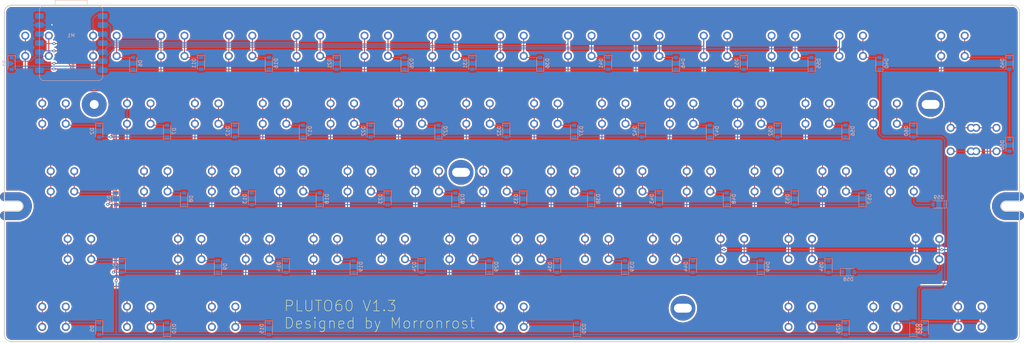
<source format=kicad_pcb>
(kicad_pcb (version 20211014) (generator pcbnew)
  (layers (0 "F.Cu" signal) (31 "B.Cu" signal) (34 "B.Paste" user) (35 "F.Paste" user) (36 "B.SilkS" user "B.Silkscreen") (37 "F.SilkS" user "F.Silkscreen") (38 "B.Mask" user) (39 "F.Mask" user) (44 "Edge.Cuts" user))
  (net 0 "")
  (net 1 "Net-(D1-Pad1)")
  (net 2 "ROW0")
  (net 3 "Net-(D2-Pad1)")
  (net 4 "ROW1")
  (net 5 "Net-(D3-Pad1)")
  (net 6 "ROW2")
  (net 7 "Net-(D4-Pad1)")
  (net 8 "ROW3")
  (net 9 "Net-(D5-Pad1)")
  (net 10 "ROW4")
  (net 11 "Net-(D6-Pad2)")
  (net 12 "Net-(D7-Pad2)")
  (net 13 "Net-(D8-Pad2)")
  (net 14 "Net-(D9-Pad2)")
  (net 15 "Net-(D10-Pad2)")
  (net 16 "Net-(D11-Pad1)")
  (net 17 "Net-(D12-Pad1)")
  (net 18 "Net-(D13-Pad1)")
  (net 19 "Net-(D14-Pad1)")
  (net 20 "Net-(D16-Pad2)")
  (net 21 "Net-(D17-Pad2)")
  (net 22 "Net-(D18-Pad2)")
  (net 23 "Net-(D19-Pad2)")
  (net 24 "Net-(D20-Pad2)")
  (net 25 "Net-(D21-Pad1)")
  (net 26 "Net-(D22-Pad1)")
  (net 27 "Net-(D23-Pad1)")
  (net 28 "Net-(D24-Pad1)")
  (net 29 "Net-(D26-Pad2)")
  (net 30 "Net-(D27-Pad2)")
  (net 31 "Net-(D28-Pad2)")
  (net 32 "Net-(D29-Pad2)")
  (net 33 "Net-(D31-Pad1)")
  (net 34 "Net-(D32-Pad1)")
  (net 35 "Net-(D33-Pad1)")
  (net 36 "Net-(D34-Pad1)")
  (net 37 "Net-(D35-Pad1)")
  (net 38 "Net-(D36-Pad2)")
  (net 39 "Net-(D37-Pad2)")
  (net 40 "Net-(D38-Pad2)")
  (net 41 "Net-(D39-Pad2)")
  (net 42 "Net-(D40-Pad2)")
  (net 43 "Net-(D41-Pad1)")
  (net 44 "Net-(D42-Pad1)")
  (net 45 "Net-(D43-Pad1)")
  (net 46 "Net-(D44-Pad1)")
  (net 47 "Net-(D45-Pad1)")
  (net 48 "Net-(D46-Pad2)")
  (net 49 "Net-(D47-Pad2)")
  (net 50 "Net-(D48-Pad2)")
  (net 51 "Net-(D49-Pad2)")
  (net 52 "Net-(D51-Pad1)")
  (net 53 "Net-(D52-Pad1)")
  (net 54 "Net-(D53-Pad1)")
  (net 55 "Net-(D54-Pad1)")
  (net 56 "Net-(D55-Pad2)")
  (net 57 "Net-(D56-Pad2)")
  (net 58 "Net-(D57-Pad2)")
  (net 59 "Net-(D58-Pad2)")
  (net 60 "Net-(D59-Pad2)")
  (net 61 "COL0")
  (net 62 "COL1")
  (net 63 "COL2")
  (net 64 "COL3")
  (net 65 "COL4")
  (net 66 "COL5")
  (net 68 "Net-(D60-Pad1)")
  (net 70 "GND")
  (net 71 "Net-(D15-Pad1)")
  (net 72 "Net-(D25-Pad1)")
  (net 73 "Net-(D30-Pad2)")
  (net 74 "Net-(D50-Pad2)")
  (footprint "hitek725:Hitek725-1U" (layer "F.Cu") (at 250.825 -85.725)
    (fp_text reference "MX40")
    (fp_text value "MX-NoLED")
  )
  (footprint "hitek725:Hitek725-1U" (layer "F.Cu") (at 146.05 -66.675)
    (fp_text reference "MX32")
    (fp_text value "MX-NoLED")
  )
  (footprint "hitek725:Hitek725-1.75U" (layer "F.Cu") (at 29.36875 -47.625)
    (fp_text reference "MX3")
    (fp_text value "MX-NoLED")
  )
  (footprint "hitek725:Hitek725-1.5U" (layer "F.Cu") (at 26.9875 -9.525)
    (fp_text reference "MX5")
    (fp_text value "MX-NoLED")
  )
  (footprint "hitek725:Hitek725-7U" (layer "F.Cu") (at 155.575 -9.525)
    (fp_text reference "MX20")
    (fp_text value "MX-NoLED")
  )
  (footprint "hitek725:Hitek725-2.25U" (layer "F.Cu") (at 34.13125 -28.575)
    (fp_text reference "MX4")
    (fp_text value "MX-NoLED")
  )
  (footprint "hitek725:Hitek725-BigAssEnter-separated-pins" (layer "F.Cu") (at 279.4 -57.15)
    (fp_text reference "MX50")
    (fp_text value "MX-NoLED")
  )
  (footprint "hitek725:Hitek725-1U" (layer "F.Cu") (at 98.425 -85.725)
    (fp_text reference "MX21")
    (fp_text value "MX-NoLED")
  )
  (footprint "hitek725:Hitek725-1U" (layer "F.Cu") (at 127 -66.675)
    (fp_text reference "MX27")
    (fp_text value "MX-NoLED")
  )
  (footprint "hitek725:Hitek725-1U" (layer "F.Cu") (at 93.6625 -47.625)
    (fp_text reference "MX18")
    (fp_text value "MX-NoLED")
  )
  (footprint "hitek725:Hitek725-2.75U" (layer "F.Cu") (at 272.25625 -28.575)
    (fp_text reference "MX59")
    (fp_text value "MX-NoLED")
  )
  (footprint "hitek725:Hitek725-1U" (layer "F.Cu") (at 169.8625 -47.625)
    (fp_text reference "MX38")
    (fp_text value "MX-NoLED")
  )
  (footprint "hitek725:Hitek725-1.5U" (layer "F.Cu") (at 236.5375 -9.525)
    (fp_text reference "MX25")
    (fp_text value "MX-NoLED")
  )
  (footprint "hitek725:Hitek725-1U" (layer "F.Cu") (at 222.25 -66.675)
    (fp_text reference "MX52")
    (fp_text value "MX-NoLED")
  )
  (footprint "hitek725:Hitek725-1.5U" (layer "F.Cu") (at 284.1625 -9.525)
    (fp_text reference "MX35")
    (fp_text value "MX-NoLED")
  )
  (footprint "hitek725:Hitek725-1U" (layer "F.Cu") (at 150.8125 -47.625)
    (fp_text reference "MX33")
    (fp_text value "MX-NoLED")
  )
  (footprint "hitek725:Hitek725-1U" (layer "F.Cu") (at 55.5625 -47.625)
    (fp_text reference "MX8")
    (fp_text value "MX-NoLED")
  )
  (footprint "hitek725:Hitek725-1U" (layer "F.Cu") (at 103.1875 -28.575)
    (fp_text reference "MX19")
    (fp_text value "MX-NoLED")
  )
  (footprint "hitek725:Hitek725-1U" (layer "F.Cu") (at 117.475 -85.725)
    (fp_text reference "MX26")
    (fp_text value "MX-NoLED")
  )
  (footprint "hitek725:Hitek725-1U" (layer "F.Cu") (at 107.95 -66.675)
    (fp_text reference "MX22")
    (fp_text value "MX-NoLED")
  )
  (footprint "hitek725:Hitek725-1U" (layer "F.Cu") (at 141.2875 -28.575)
    (fp_text reference "MX29")
    (fp_text value "MX-NoLED")
  )
  (footprint "hitek725:Hitek725-1U" (layer "F.Cu") (at 165.1 -66.675)
    (fp_text reference "MX37")
    (fp_text value "MX-NoLED")
  )
  (footprint "hitek725:Hitek725-1U" (layer "F.Cu") (at 260.35 -9.525)
    (fp_text reference "MX30")
    (fp_text value "MX-NoLED")
  )
  (footprint "hitek725:Hitek725-1U" (layer "F.Cu") (at 231.775 -85.725)
    (fp_text reference "MX56")
    (fp_text value "MX-NoLED")
  )
  (footprint "hitek725:Hitek725-1U" (layer "F.Cu") (at 136.525 -85.725)
    (fp_text reference "MX31")
    (fp_text value "MX-NoLED")
  )
  (footprint "locallib:60_Outline" (layer "F.Cu") (at 155.575 -47.625)
    (fp_text reference "REF**" hide)
    (fp_text value "60_Outline" hide)
    (fp_line (start -142.5 10.6) (end -138.7 10.6) (layer "Edge.Cuts") (width 0.3))
    (fp_line (start 138.7 7.8) (end 142.5 7.8) (layer "Edge.Cuts") (width 0.3))
    (fp_line (start -140.5 47.3) (end 140.5 47.3) (layer "Edge.Cuts") (width 0.3))
    (fp_line (start 138.7 10.6) (end 142.5 10.6) (layer "Edge.Cuts") (width 0.3))
    (fp_line (start 142.5 10.6) (end 142.5 45.3) (layer "Edge.Cuts") (width 0.3))
    (fp_line (start -138.7 7.8) (end -142.5 7.8) (layer "Edge.Cuts") (width 0.3))
    (fp_line (start 140.5 -47.3) (end -140.5 -47.3) (layer "Edge.Cuts") (width 0.3))
    (fp_line (start 142.5 7.8) (end 142.5 -45.3) (layer "Edge.Cuts") (width 0.3))
    (fp_line (start -142.5 45.3) (end -142.5 10.6) (layer "Edge.Cuts") (width 0.3))
    (fp_line (start -142.5 7.8) (end -142.5 -45.3) (layer "Edge.Cuts") (width 0.3))
    (fp_arc (start -140.5 47.3) (mid -141.914214 46.714214) (end -142.5 45.3) (layer "Edge.Cuts") (width 0.3))
    (fp_arc (start 142.5 45.3) (mid 141.914214 46.714214) (end 140.5 47.3) (layer "Edge.Cuts") (width 0.3))
    (fp_arc (start -142.5 -45.3) (mid -141.914214 -46.714214) (end -140.5 -47.3) (layer "Edge.Cuts") (width 0.3))
    (fp_arc (start -138.7 7.8) (mid -137.710051 8.210051) (end -137.3 9.2) (layer "Edge.Cuts") (width 0.3))
    (fp_arc (start -137.3 9.2) (mid -137.710051 10.189949) (end -138.7 10.6) (layer "Edge.Cuts") (width 0.3))
    (fp_arc (start 140.5 -47.3) (mid 141.914214 -46.714214) (end 142.5 -45.3) (layer "Edge.Cuts") (width 0.3))
    (fp_arc (start 137.3 9.2) (mid 137.710051 8.210051) (end 138.7 7.8) (layer "Edge.Cuts") (width 0.3))
    (fp_arc (start 138.7 10.6) (mid 137.710051 10.189949) (end 137.3 9.2) (layer "Edge.Cuts") (width 0.3))
  )
  (footprint "hitek725:Hitek725-1U" (layer "F.Cu") (at 174.625 -85.725)
    (fp_text reference "MX41")
    (fp_text value "MX-NoLED")
  )
  (footprint "hitek725:Hitek725-2U" (layer "F.Cu") (at 279.4 -85.725)
    (fp_text reference "MX45")
    (fp_text value "MX-NoLED")
  )
  (footprint "hitek725:Hitek725-1U" (layer "F.Cu") (at 122.2375 -28.575)
    (fp_text reference "MX24")
    (fp_text value "MX-NoLED")
  )
  (footprint "hitek725:Hitek725-1U" (layer "F.Cu") (at 236.5375 -28.575)
    (fp_text reference "MX54")
    (fp_text value "MX-NoLED")
  )
  (footprint "hitek725:Hitek725-1.5U" (layer "F.Cu") (at 74.6125 -9.525)
    (fp_text reference "MX15")
    (fp_text value "MX-NoLED")
  )
  (footprint "hitek725:Hitek725-1U" (layer "F.Cu") (at 203.2 -66.675)
    (fp_text reference "MX47")
    (fp_text value "MX-NoLED")
  )
  (footprint "hitek725:Hitek725-1U" (layer "F.Cu") (at 22.225 -85.725)
    (fp_text reference "MX1")
    (fp_text value "MX-NoLED")
  )
  (footprint "hitek725:Hitek725-1U" (layer "F.Cu") (at 84.1375 -28.575)
    (fp_text reference "MX14")
    (fp_text value "MX-NoLED")
  )
  (footprint "hitek725:Hitek725-1U" (layer "F.Cu") (at 50.8 -66.675)
    (fp_text reference "MX7")
    (fp_text value "MX-NoLED")
  )
  (footprint "hitek725:Hitek725-1U" (layer "F.Cu") (at 217.4875 -28.575)
    (fp_text reference "MX49")
    (fp_text value "MX-NoLED")
  )
  (footprint "hitek725:Hitek725-1U" (layer "F.Cu") (at 227.0125 -47.625)
    (fp_text reference "MX53")
    (fp_text value "MX-NoLED")
  )
  (footprint "hitek725:Hitek725-1U" (layer "F.Cu") (at 207.9625 -47.625)
    (fp_text reference "MX48")
    (fp_text value "MX-NoLED")
  )
  (footprint "hitek725:Hitek725-1U" (layer "F.Cu") (at 88.9 -66.675)
    (fp_text reference "MX17")
    (fp_text value "MX-NoLED")
  )
  (footprint "hitek725:Hitek725-1.5U" (layer "F.Cu") (at 26.9875 -66.675)
    (fp_text reference "MX2")
    (fp_text value "MX-NoLED")
  )
  (footprint "hitek725:Hitek725-1U" (layer "F.Cu") (at 160.3375 -28.575)
    (fp_text reference "MX34")
    (fp_text value "MX-NoLED")
  )
  (footprint "hitek725:Hitek725-1U" (layer "F.Cu") (at 193.675 -85.725)
    (fp_text reference "MX46")
    (fp_text value "MX-NoLED")
  )
  (footprint "hitek725:Hitek725-1U" (layer "F.Cu") (at 265.1125 -47.625)
    (fp_text reference "MX60")
    (fp_text value "MX-NoLED")
  )
  (footprint "hitek725:Hitek725-1U" (layer "F.Cu") (at 50.8 -9.525)
    (fp_text reference "MX10")
    (fp_text value "MX-NoLED")
  )
  (footprint "hitek725:Hitek725-1U" (layer "F.Cu") (at 69.85 -66.675)
    (fp_text reference "MX12")
    (fp_text value "MX-NoLED")
  )
  (footprint "hitek725:Hitek725-1U" (layer "F.Cu") (at 112.7125 -47.625)
    (fp_text reference "MX23")
    (fp_text value "MX-NoLED")
  )
  (footprint "hitek725:Hitek725-1U" (layer "F.Cu") (at 74.6125 -47.625)
    (fp_text reference "MX13")
    (fp_text value "MX-NoLED")
  )
  (footprint "hitek725:Hitek725-1U" (layer "F.Cu") (at 41.275 -85.725)
    (fp_text reference "MX6")
    (fp_text value "MX-NoLED")
  )
  (footprint "hitek725:Hitek725-1U" (layer "F.Cu") (at 241.3 -66.675)
    (fp_text reference "MX57")
    (fp_text value "MX-NoLED")
  )
  (footprint "hitek725:Hitek725-1U" (layer "F.Cu") (at 131.7625 -47.625)
    (fp_text reference "MX28")
    (fp_text value "MX-NoLED")
  )
  (footprint "hitek725:Hitek725-1U" (layer "F.Cu") (at 179.3875 -28.575)
    (fp_text reference "MX39")
    (fp_text value "MX-NoLED")
  )
  (footprint "hitek725:Hitek725-1U" (layer "F.Cu") (at 79.375 -85.725)
    (fp_text reference "MX16")
    (fp_text value "MX-NoLED")
  )
  (footprint "hitek725:Hitek725-1U" (layer "F.Cu") (at 155.575 -85.725)
    (fp_text reference "MX36")
    (fp_text value "MX-NoLED")
  )
  (footprint "hitek725:Hitek725-1U" (layer "F.Cu") (at 260.35 -66.675)
    (fp_text reference "MX55")
    (fp_text value "MX-NoLED")
  )
  (footprint "hitek725:Hitek725-1U" (layer "F.Cu") (at 60.325 -85.725)
    (fp_text reference "MX11")
    (fp_text value "MX-NoLED")
  )
  (footprint "hitek725:Hitek725-1U" (layer "F.Cu") (at 246.0625 -47.625)
    (fp_text reference "MX58")
    (fp_text value "MX-NoLED")
  )
  (footprint "hitek725:Hitek725-1U" (layer "F.Cu") (at 184.15 -66.675)
    (fp_text reference "MX42")
    (fp_text value "MX-NoLED")
  )
  (footprint "hitek725:Hitek725-1U" (layer "F.Cu") (at 198.4375 -28.575)
    (fp_text reference "MX44")
    (fp_text value "MX-NoLED")
  )
  (footprint "hitek725:Hitek725-1U" (layer "F.Cu") (at 65.0875 -28.575)
    (fp_text reference "MX9")
    (fp_text value "MX-NoLED")
  )
  (footprint "hitek725:Hitek725-1U" (layer "F.Cu") (at 212.725 -85.725)
    (fp_text reference "MX51")
    (fp_text value "MX-NoLED")
  )
  (footprint "hitek725:Hitek725-1U" (layer "F.Cu") (at 188.9125 -47.625)
    (fp_text reference "MX43")
    (fp_text value "MX-NoLED")
  )
  (footprint "Diode_SMD:D_SOD-123" (layer "B.Cu") (at 106.3625 -78.58125 -90)
    (fp_text reference "D21")
    (fp_text value "D_Small")
  )
  (footprint "Diode_SMD:D_SOD-123" (layer "B.Cu") (at 239.7125 -78.58125 90)
    (fp_text reference "D55")
    (fp_text value "D_Small")
  )
  (footprint "Diode_SMD:D_SOD-123" (layer "B.Cu") (at 173.83125 -3.96875 90)
    (fp_text reference "D20")
    (fp_text value "D_Small")
  )
  (footprint "Diode_SMD:D_SOD-123" (layer "B.Cu") (at 158.75 -40.48125 -90)
    (fp_text reference "D33")
    (fp_text value "D_Small")
  )
  (footprint "Diode_SMD:D_SOD-123" (layer "B.Cu") (at 125.4125 -78.58125 90)
    (fp_text reference "D26")
    (fp_text value "D_Small")
  )
  (footprint "Diode_SMD:D_SOD-123" (layer "B.Cu") (at 120.65 -40.48125 -90)
    (fp_text reference "D23")
    (fp_text value "D_Small")
  )
  (footprint "Diode_SMD:D_SOD-123" (layer "B.Cu") (at 196.85 -40.48125 -90)
    (fp_text reference "D43")
    (fp_text value "D_Small")
  )
  (footprint "Diode_SMD:D_SOD-123" (layer "B.Cu") (at 268.2875 -59.53125 -90)
    (fp_text reference "D60")
    (fp_text value "D_Small")
  )
  (footprint "Diode_SMD:D_SOD-123" (layer "B.Cu") (at 39.6875 -3.96875 -90)
    (fp_text reference "D5")
    (fp_text value "D_Small")
  )
  (footprint "Diode_SMD:D_SOD-123" (layer "B.Cu") (at 63.5 -40.48125 90)
    (fp_text reference "D8")
    (fp_text value "D_Small")
  )
  (footprint "Diode_SMD:D_SOD-123" (layer "B.Cu") (at 39.6875 -59.53125 -90)
    (fp_text reference "D2")
    (fp_text value "D_Small")
  )
  (footprint "Diode_SMD:D_SOD-123" (layer "B.Cu") (at 173.0375 -59.53125 90)
    (fp_text reference "D37")
    (fp_text value "D_Small")
  )
  (footprint "Diode_SMD:D_SOD-123" (layer "B.Cu") (at 230.1875 -59.53125 -90)
    (fp_text reference "D52")
    (fp_text value "D_Small")
  )
  (footprint "Diode_SMD:D_SOD-123" (layer "B.Cu") (at 149.225 -21.43125 90)
    (fp_text reference "D29")
    (fp_text value "D_Small")
  )
  (footprint "Diode_SMD:D_SOD-123" (layer "B.Cu") (at 115.8875 -59.53125 -90)
    (fp_text reference "D22")
    (fp_text value "D_Small")
  )
  (footprint "Diode_SMD:D_SOD-123" (layer "B.Cu") (at 254 -40.48125 90)
    (fp_text reference "D57")
    (fp_text value "D_Small")
  )
  (footprint "Diode_SMD:D_SOD-123" (layer "B.Cu") (at 111.125 -21.43125 90)
    (fp_text reference "D19")
    (fp_text value "D_Small")
  )
  (footprint "Diode_SMD:D_SOD-123" (layer "B.Cu") (at 139.7 -40.48125 90)
    (fp_text reference "D28")
    (fp_text value "D_Small")
  )
  (footprint "Diode_SMD:D_SOD-123" (layer "B.Cu") (at 87.3125 -78.58125 90)
    (fp_text reference "D16")
    (fp_text value "D_Small")
  )
  (footprint "Diode_SMD:D_SOD-123" (layer "B.Cu") (at 187.325 -21.43125 90)
    (fp_text reference "D39")
    (fp_text value "D_Small")
  )
  (footprint "Diode_SMD:D_SOD-123" (layer "B.Cu") (at 144.4625 -78.58125 -90)
    (fp_text reference "D31")
    (fp_text value "D_Small")
  )
  (footprint "Diode_SMD:D_SOD-123" (layer "B.Cu") (at 192.0875 -59.53125 -90)
    (fp_text reference "D42")
    (fp_text value "D_Small")
  )
  (footprint "Diode_SMD:D_SOD-123" (layer "B.Cu") (at 268.2875 -3.96875 90)
    (fp_text reference "D30")
    (fp_text value "D_Small")
  )
  (footprint "Diode_SMD:D_SOD-123" (layer "B.Cu") (at 244.475 -21.43125 -90)
    (fp_text reference "D54")
    (fp_text value "D_Small")
  )
  (footprint "Diode_SMD:D_SOD-123" (layer "B.Cu") (at 271.4625 -3.96875 -90)
    (fp_text reference "D35")
    (fp_text value "D_Small")
  )
  (footprint "Diode_SMD:D_SOD-123" (layer "B.Cu") (at 249.2375 -3.96875 -90)
    (fp_text reference "D25")
    (fp_text value "D_Small")
  )
  (footprint "Diode_SMD:D_SOD-123" (layer "B.Cu") (at 15.08125 -78.51875 -90)
    (fp_text reference "D1")
    (fp_text value "D_Small")
  )
  (footprint "Diode_SMD:D_SOD-123" (layer "B.Cu") (at 295.275 -55.5625 -90)
    (fp_text reference "D50")
    (fp_text value "D_Small")
  )
  (footprint "Diode_SMD:D_SOD-123" (layer "B.Cu") (at 182.5625 -78.58125 -90)
    (fp_text reference "D41")
    (fp_text value "D_Small")
  )
  (footprint "Diode_SMD:D_SOD-123" (layer "B.Cu") (at 220.6625 -78.58125 -90)
    (fp_text reference "D51")
    (fp_text value "D_Small")
  )
  (footprint "Diode_SMD:D_SOD-123" (layer "B.Cu") (at 134.9375 -59.53125 90)
    (fp_text reference "D27")
    (fp_text value "D_Small")
  )
  (footprint "Diode_SMD:D_SOD-123" (layer "B.Cu") (at 58.7375 -3.96875 90)
    (fp_text reference "D10")
    (fp_text value "D_Small")
  )
  (footprint "xiao2040 schematics:XIAO-RP2040" (layer "B.Cu") (at 40.685 -73.72325 180)
    (fp_text reference "M1")
    (fp_text value "XIAO-RP2040")
  )
  (footprint "Diode_SMD:D_SOD-123" (layer "B.Cu") (at 234.95 -40.48125 -90)
    (fp_text reference "D53")
    (fp_text value "D_Small")
  )
  (footprint "Diode_SMD:D_SOD-123" (layer "B.Cu") (at 49.2125 -78.58125 90)
    (fp_text reference "D6")
    (fp_text value "D_Small")
  )
  (footprint "Diode_SMD:D_SOD-123" (layer "B.Cu") (at 177.8 -40.48125 90)
    (fp_text reference "D38")
    (fp_text value "D_Small")
  )
  (footprint "Diode_SMD:D_SOD-123" (layer "B.Cu") (at 96.8375 -59.53125 90)
    (fp_text reference "D17")
    (fp_text value "D_Small")
  )
  (footprint "Diode_SMD:D_SOD-123" (layer "B.Cu") (at 77.7875 -59.53125 -90)
    (fp_text reference "D12")
    (fp_text value "D_Small")
  )
  (footprint "Diode_SMD:D_SOD-123" (layer "B.Cu") (at 206.375 -21.43125 -90)
    (fp_text reference "D44")
    (fp_text value "D_Small")
  )
  (footprint "Diode_SMD:D_SOD-123" (layer "B.Cu") (at 295.275 -78.58125 -90)
    (fp_text reference "D45")
    (fp_text value "D_Small")
  )
  (footprint "Diode_SMD:D_SOD-123" (layer "B.Cu") (at 73.025 -21.43125 90)
    (fp_text reference "D9")
    (fp_text value "D_Small")
  )
  (footprint "Diode_SMD:D_SOD-123" (layer "B.Cu") (at 211.1375 -59.53125 90)
    (fp_text reference "D47")
    (fp_text value "D_Small")
  )
  (footprint "Diode_SMD:D_SOD-123" (layer "B.Cu") (at 44.45 -40.48125 -90)
    (fp_text reference "D3")
    (fp_text value "D_Small")
  )
  (footprint "Diode_SMD:D_SOD-123" (layer "B.Cu") (at 130.175 -21.43125 -90)
    (fp_text reference "D24")
    (fp_text value "D_Small")
  )
  (footprint "Diode_SMD:D_SOD-123" (layer "B.Cu") (at 82.55 -40.48125 -90)
    (fp_text reference "D13")
    (fp_text value "D_Small")
  )
  (footprint "Diode_SMD:D_SOD-123" (layer "B.Cu") (at 225.425 -21.43125 90)
    (fp_text reference "D49")
    (fp_text value "D_Small")
  )
  (footprint "Diode_SMD:D_SOD-123" (layer "B.Cu") (at 163.5125 -78.58125 90)
    (fp_text reference "D36")
    (fp_text value "D_Small")
  )
  (footprint "Diode_SMD:D_SOD-123" (layer "B.Cu") (at 275.43125 -38.89375 180)
    (fp_text reference "D59")
    (fp_text value "D_Small")
  )
  (footprint "Diode_SMD:D_SOD-123" (layer "B.Cu") (at 92.075 -21.43125 -90)
    (fp_text reference "D14")
    (fp_text value "D_Small")
  )
  (footprint "Diode_SMD:D_SOD-123" (layer "B.Cu") (at 201.6125 -78.58125 90)
    (fp_text reference "D46")
    (fp_text value "D_Small")
  )
  (footprint "Diode_SMD:D_SOD-123" (layer "B.Cu") (at 249.2375 -59.53125 90)
    (fp_text reference "D56")
    (fp_text value "D_Small")
  )
  (footprint "Diode_SMD:D_SOD-123" (layer "B.Cu") (at 101.6 -40.48125 90)
    (fp_text reference "D18")
    (fp_text value "D_Small")
  )
  (footprint "Diode_SMD:D_SOD-123" (layer "B.Cu") (at 168.275 -21.43125 -90)
    (fp_text reference "D34")
    (fp_text value "D_Small")
  )
  (footprint "Diode_SMD:D_SOD-123" (layer "B.Cu") (at 258.7625 -78.58125 90)
    (fp_text reference "D40")
    (fp_text value "D_Small")
  )
  (footprint "Diode_SMD:D_SOD-123" (layer "B.Cu") (at 58.7375 -59.53125 90)
    (fp_text reference "D7")
    (fp_text value "D_Small")
  )
  (footprint "Diode_SMD:D_SOD-123" (layer "B.Cu") (at 46.0375 -21.43125 -90)
    (fp_text reference "D4")
    (fp_text value "D_Small")
  )
  (footprint "Diode_SMD:D_SOD-123" (layer "B.Cu") (at 87.3125 -3.96875 -90)
    (fp_text reference "D15")
    (fp_text value "D_Small")
  )
  (footprint "Diode_SMD:D_SOD-123" (layer "B.Cu") (at 153.9875 -59.53125 -90)
    (fp_text reference "D32")
    (fp_text value "D_Small")
  )
  (footprint "Diode_SMD:D_SOD-123" (layer "B.Cu") (at 215.9 -40.48125 90)
    (fp_text reference "D48")
    (fp_text value "D_Small")
  )
  (footprint "Diode_SMD:D_SOD-123" (layer "B.Cu") (at 250.03125 -19.84375)
    (fp_text reference "D58")
    (fp_text value "D_Small")
  )
  (footprint "Diode_SMD:D_SOD-123" (layer "B.Cu") (at 68.2625 -78.58125 -90)
    (fp_text reference "D11")
    (fp_text value "D_Small")
  )
  (gr_text "PLUTO60 V1.3\nDesigned by Morronrost" (at 91.44 -7.9375) (layer "F.SilkS") (effects (font (size 3 3)) (justify left)))
  (segment (start 25.525 -86.365) (end 25.525 -80.645) (width 0.25) (layer "F.Cu") (net 1))
  (segment (start 16.054511 -79.195489) (end 20.457989 -79.195489) (width 0.25) (layer "B.Cu") (net 1))
  (segment (start 25.48973 -80.60973) (end 25.525 -80.645) (width 0.25) (layer "B.Cu") (net 1))
  (segment (start 21.87223 -80.60973) (end 25.48973 -80.60973) (width 0.25) (layer "B.Cu") (net 1))
  (segment (start 20.457989 -79.195489) (end 21.87223 -80.60973) (width 0.25) (layer "B.Cu") (net 1))
  (segment (start 15.08125 -80.16875) (end 16.054511 -79.195489) (width 0.25) (layer "B.Cu") (net 1))
  (segment (start 87.3125 -76.93125) (end 48.35625 -76.93125) (width 0.25) (layer "B.Cu") (net 2))
  (segment (start 41.3375 -76.93125) (end 42.18405 -76.93125) (width 0.25) (layer "B.Cu") (net 2))
  (segment (start 40.685 -76.65425) (end 40.685 -77.58375) (width 0.25) (layer "B.Cu") (net 2))
  (segment (start 40.685 -77.58375) (end 41.3375 -76.93125) (width 0.25) (layer "B.Cu") (net 2))
  (segment (start 15.875 -77.7875) (end 15.08125 -76.99375) (width 0.25) (layer "B.Cu") (net 2))
  (segment (start 87.3125 -76.93125) (end 239.7125 -76.93125) (width 0.25) (layer "B.Cu") (net 2))
  (segment (start 49.2125 -76.93125) (end 42.18405 -76.93125) (width 0.25) (layer "B.Cu") (net 2))
  (segment (start 15.08125 -76.99375) (end 15.08125 -76.86875) (width 0.25) (layer "B.Cu") (net 2))
  (segment (start 40.48125 -77.7875) (end 15.875 -77.7875) (width 0.25) (layer "B.Cu") (net 2))
  (segment (start 40.685 -77.58375) (end 40.48125 -77.7875) (width 0.25) (layer "B.Cu") (net 2))
  (segment (start 30.2875 -67.315) (end 30.2875 -61.595) (width 0.25) (layer "F.Cu") (net 3))
  (segment (start 39.6875 -61.18125) (end 30.70125 -61.18125) (width 0.25) (layer "B.Cu") (net 3))
  (segment (start 30.70125 -61.18125) (end 30.2875 -61.595) (width 0.25) (layer "B.Cu") (net 3))
  (segment (start 30.95625 -76.99375) (end 26.95146 -76.99375) (width 0.25) (layer "F.Cu") (net 4))
  (segment (start 31.19519 -72.466409) (end 31.19519 -76.75481) (width 0.25) (layer "F.Cu") (net 4))
  (segment (start 32.811438 -70.850161) (end 31.19519 -72.466409) (width 0.25) (layer "F.Cu") (net 4))
  (segment (start 42.656089 -70.850161) (end 32.811438 -70.850161) (width 0.25) (layer "F.Cu") (net 4))
  (segment (start 31.19519 -76.75481) (end 30.95625 -76.99375) (width 0.25) (layer "F.Cu") (net 4))
  (segment (start 43.20673 -58.15623) (end 43.20673 -70.29952) (width 0.25) (layer "F.Cu") (net 4))
  (segment (start 42.93175 -57.88125) (end 43.20673 -58.15623) (width 0.25) (layer "F.Cu") (net 4))
  (segment (start 43.20673 -70.29952) (end 42.656089 -70.850161) (width 0.25) (layer "F.Cu") (net 4))
  (via (at 26.95146 -76.99375) (size 0.8) (drill 0.4) (layers "F.Cu" "B.Cu") (net 4))
  (via (at 42.93175 -57.88125) (size 0.8) (drill 0.4) (layers "F.Cu" "B.Cu") (net 4))
  (segment (start 42.8 -57.88125) (end 39.6875 -57.88125) (width 0.25) (layer "B.Cu") (net 4))
  (segment (start 23.2445 -76.99375) (end 22.905 -76.65425) (width 0.25) (layer "B.Cu") (net 4))
  (segment (start 249.2375 -57.88125) (end 42.8 -57.88125) (width 0.25) (layer "B.Cu") (net 4))
  (segment (start 26.95146 -76.99375) (end 23.2445 -76.99375) (width 0.25) (layer "B.Cu") (net 4))
  (segment (start 32.66875 -48.265) (end 32.66875 -42.545) (width 0.25) (layer "F.Cu") (net 5))
  (segment (start 33.0825 -42.13125) (end 32.66875 -42.545) (width 0.25) (layer "B.Cu") (net 5))
  (segment (start 44.45 -42.13125) (end 33.0825 -42.13125) (width 0.25) (layer "B.Cu") (net 5))
  (segment (start 43.65625 -40.48125) (end 42.06875 -38.89375) (width 0.25) (layer "F.Cu") (net 6))
  (segment (start 43.65625 -70.485718) (end 42.842286 -71.299681) (width 0.25) (layer "F.Cu") (net 6))
  (segment (start 42.842286 -71.299681) (end 32.997635 -71.299681) (width 0.25) (layer "F.Cu") (net 6))
  (segment (start 32.997635 -71.299681) (end 31.64471 -72.652606) (width 0.25) (layer "F.Cu") (net 6))
  (segment (start 30.95625 -78.58125) (end 26.9875 -78.58125) (width 0.25) (layer "F.Cu") (net 6))
  (segment (start 31.64471 -77.89279) (end 30.95625 -78.58125) (width 0.25) (layer "F.Cu") (net 6))
  (segment (start 43.65625 -70.485718) (end 43.65625 -40.48125) (width 0.25) (layer "F.Cu") (net 6))
  (segment (start 31.64471 -72.652606) (end 31.64471 -77.89279) (width 0.25) (layer "F.Cu") (net 6))
  (via (at 26.9875 -78.58125) (size 0.8) (drill 0.4) (layers "F.Cu" "B.Cu") (net 6))
  (via (at 42.06875 -38.89375) (size 0.8) (drill 0.4) (layers "F.Cu" "B.Cu") (net 6))
  (segment (start 42.06875 -38.89375) (end 44.3875 -38.89375) (width 0.25) (layer "B.Cu") (net 6))
  (segment (start 26.9875 -78.58125) (end 23.518 -78.58125) (width 0.25) (layer "B.Cu") (net 6))
  (segment (start 44.3875 -38.89375) (end 44.45 -38.83125) (width 0.25) (layer "B.Cu") (net 6))
  (segment (start 44.45 -38.83125) (end 254 -38.83125) (width 0.25) (layer "B.Cu") (net 6))
  (segment (start 23.518 -78.58125) (end 22.905 -79.19425) (width 0.25) (layer "B.Cu") (net 6))
  (segment (start 37.43125 -29.215) (end 37.43125 -23.495) (width 0.25) (layer "F.Cu") (net 7))
  (segment (start 37.845 -23.08125) (end 37.43125 -23.495) (width 0.25) (layer "B.Cu") (net 7))
  (segment (start 46.0375 -23.08125) (end 37.845 -23.08125) (width 0.25) (layer "B.Cu") (net 7))
  (segment (start 44.10577 -20.29327) (end 44.105769 -70.671916) (width 0.25) (layer "F.Cu") (net 8))
  (segment (start 44.105769 -70.671916) (end 43.028484 -71.749201) (width 0.25) (layer "F.Cu") (net 8))
  (segment (start 31.766498 -82.083982) (end 26.985226 -82.083982) (width 0.25) (layer "F.Cu") (net 8))
  (segment (start 33.183832 -71.749201) (end 32.09423 -72.838803) (width 0.25) (layer "F.Cu") (net 8))
  (segment (start 32.09423 -81.75625) (end 31.766498 -82.083982) (width 0.25) (layer "F.Cu") (net 8))
  (segment (start 43.65625 -19.84375) (end 44.10577 -20.29327) (width 0.25) (layer "F.Cu") (net 8))
  (segment (start 32.09423 -72.838803) (end 32.09423 -81.75625) (width 0.25) (layer "F.Cu") (net 8))
  (segment (start 43.028484 -71.749201) (end 33.183832 -71.749201) (width 0.25) (layer "F.Cu") (net 8))
  (via (at 26.985226 -82.083982) (size 0.8) (drill 0.4) (layers "F.Cu" "B.Cu") (net 8))
  (via (at 43.65625 -19.84375) (size 0.8) (drill 0.4) (layers "F.Cu" "B.Cu") (net 8))
  (segment (start 23.265261 -82.094511) (end 22.905 -81.73425) (width 0.25) (layer "B.Cu") (net 8))
  (segment (start 26.649239 -82.094511) (end 23.265261 -82.094511) (width 0.25) (layer "B.Cu") (net 8))
  (segment (start 45.975 -19.84375) (end 46.0375 -19.78125) (width 0.25) (layer "B.Cu") (net 8))
  (segment (start 43.65625 -19.84375) (end 45.975 -19.84375) (width 0.25) (layer "B.Cu") (net 8))
  (segment (start 46.0375 -19.78125) (end 244.475 -19.78125) (width 0.25) (layer "B.Cu") (net 8))
  (segment (start 244.475 -19.78125) (end 248.44375 -19.78125) (width 0.25) (layer "B.Cu") (net 8))
  (segment (start 30.2875 -10.165) (end 30.2875 -4.445) (width 0.25) (layer "F.Cu") (net 9))
  (segment (start 31.46125 -5.61875) (end 30.2875 -4.445) (width 0.25) (layer "B.Cu") (net 9))
  (segment (start 39.6875 -5.61875) (end 31.46125 -5.61875) (width 0.25) (layer "B.Cu") (net 9))
  (segment (start 33.370029 -72.198721) (end 32.54375 -73.025) (width 0.25) (layer "F.Cu") (net 10))
  (segment (start 43.214681 -72.198721) (end 33.370029 -72.198721) (width 0.25) (layer "F.Cu") (net 10))
  (segment (start 32.54375 -83.34375) (end 31.75 -84.1375) (width 0.25) (layer "F.Cu") (net 10))
  (segment (start 44.45 -17.4625) (end 44.55529 -17.56779) (width 0.25) (layer "F.Cu") (net 10))
  (segment (start 44.55529 -70.858112) (end 43.214681 -72.198721) (width 0.25) (layer "F.Cu") (net 10))
  (segment (start 31.75 -84.1375) (end 26.9875 -84.1375) (width 0.25) (layer "F.Cu") (net 10))
  (segment (start 32.54375 -73.025) (end 32.54375 -83.34375) (width 0.25) (layer "F.Cu") (net 10))
  (segment (start 44.55529 -17.56779) (end 44.55529 -70.858112) (width 0.25) (layer "F.Cu") (net 10))
  (via (at 26.9875 -84.1375) (size 0.8) (drill 0.4) (layers "F.Cu" "B.Cu") (net 10))
  (via (at 44.45 -17.4625) (size 0.8) (drill 0.4) (layers "F.Cu" "B.Cu") (net 10))
  (segment (start 295.275 -57.2125) (end 295.275 -76.93125) (width 0.25) (layer "B.Cu") (net 10))
  (segment (start 44.45 -2.38125) (end 44.3875 -2.31875) (width 0.25) (layer "B.Cu") (net 10))
  (segment (start 269.9375 -2.31875) (end 271.4625 -2.31875) (width 0.25) (layer "B.Cu") (net 10))
  (segment (start 23.04175 -84.1375) (end 22.905 -84.27425) (width 0.25) (layer "B.Cu") (net 10))
  (segment (start 258.7625 -58.7375) (end 259.61875 -57.88125) (width 0.25) (layer "B.Cu") (net 10))
  (segment (start 269.875 -15.08125) (end 269.875 -2.38125) (width 0.25) (layer "B.Cu") (net 10))
  (segment (start 295.275 -76.93125) (end 258.7625 -76.93125) (width 0.25) (layer "B.Cu") (net 10))
  (segment (start 270.66875 -15.875) (end 269.875 -15.08125) (width 0.25) (layer "B.Cu") (net 10))
  (segment (start 277.08125 -38.89375) (end 277.08125 -16.73125) (width 0.25) (layer "B.Cu") (net 10))
  (segment (start 258.7625 -76.93125) (end 258.7625 -58.7375) (width 0.25) (layer "B.Cu") (net 10))
  (segment (start 26.9875 -84.1375) (end 23.04175 -84.1375) (width 0.25) (layer "B.Cu") (net 10))
  (segment (start 44.3875 -2.31875) (end 269.9375 -2.31875) (width 0.25) (layer "B.Cu") (net 10))
  (segment (start 277.08125 -16.73125) (end 276.225 -15.875) (width 0.25) (layer "B.Cu") (net 10))
  (segment (start 276.2875 -57.88125) (end 277.08125 -57.0875) (width 0.25) (layer "B.Cu") (net 10))
  (segment (start 259.61875 -57.88125) (end 268.2875 -57.88125) (width 0.25) (layer "B.Cu") (net 10))
  (segment (start 39.6875 -2.31875) (end 44.3875 -2.31875) (width 0.25) (layer "B.Cu") (net 10))
  (segment (start 276.225 -15.875) (end 270.66875 -15.875) (width 0.25) (layer "B.Cu") (net 10))
  (segment (start 268.2875 -57.88125) (end 276.2875 -57.88125) (width 0.25) (layer "B.Cu") (net 10))
  (segment (start 44.45 -13.49375) (end 44.45 -17.4625) (width 0.25) (layer "B.Cu") (net 10))
  (segment (start 277.08125 -57.0875) (end 277.08125 -38.89375) (width 0.25) (layer "B.Cu") (net 10))
  (segment (start 44.45 -13.49375) (end 44.45 -2.38125) (width 0.25) (layer "B.Cu") (net 10))
  (segment (start 44.575 -86.365) (end 44.575 -80.645) (width 0.25) (layer "F.Cu") (net 11))
  (segment (start 49.2125 -80.23125) (end 44.98875 -80.23125) (width 0.25) (layer "B.Cu") (net 11))
  (segment (start 44.98875 -80.23125) (end 44.575 -80.645) (width 0.25) (layer "B.Cu") (net 11))
  (segment (start 54.1 -67.315) (end 54.1 -61.595) (width 0.25) (layer "F.Cu") (net 12))
  (segment (start 58.7375 -61.18125) (end 54.51375 -61.18125) (width 0.25) (layer "B.Cu") (net 12))
  (segment (start 54.51375 -61.18125) (end 54.1 -61.595) (width 0.25) (layer "B.Cu") (net 12))
  (segment (start 58.8625 -48.265) (end 58.8625 -42.545) (width 0.25) (layer "F.Cu") (net 13))
  (segment (start 63.5 -42.13125) (end 59.27625 -42.13125) (width 0.25) (layer "B.Cu") (net 13))
  (segment (start 59.27625 -42.13125) (end 58.8625 -42.545) (width 0.25) (layer "B.Cu") (net 13))
  (segment (start 68.3875 -29.215) (end 68.3875 -23.495) (width 0.25) (layer "F.Cu") (net 14))
  (segment (start 73.025 -23.08125) (end 68.80125 -23.08125) (width 0.25) (layer "B.Cu") (net 14))
  (segment (start 68.80125 -23.08125) (end 68.3875 -23.495) (width 0.25) (layer "B.Cu") (net 14))
  (segment (start 54.1 -10.165) (end 54.1 -4.445) (width 0.25) (layer "F.Cu") (net 15))
  (segment (start 58.7375 -5.61875) (end 55.27375 -5.61875) (width 0.25) (layer "B.Cu") (net 15))
  (segment (start 55.27375 -5.61875) (end 54.1 -4.445) (width 0.25) (layer "B.Cu") (net 15))
  (segment (start 63.625 -86.365) (end 63.625 -80.645) (width 0.25) (layer "F.Cu") (net 16))
  (segment (start 64.03875 -80.23125) (end 63.625 -80.645) (width 0.25) (layer "B.Cu") (net 16))
  (segment (start 68.2625 -80.23125) (end 64.03875 -80.23125) (width 0.25) (layer "B.Cu") (net 16))
  (segment (start 73.15 -67.315) (end 73.15 -61.595) (width 0.25) (layer "F.Cu") (net 17))
  (segment (start 73.56375 -61.18125) (end 73.15 -61.595) (width 0.25) (layer "B.Cu") (net 17))
  (segment (start 77.7875 -61.18125) (end 73.56375 -61.18125) (width 0.25) (layer "B.Cu") (net 17))
  (segment (start 77.9125 -48.265) (end 77.9125 -42.545) (width 0.25) (layer "F.Cu") (net 18))
  (segment (start 78.32625 -42.13125) (end 77.9125 -42.545) (width 0.25) (layer "B.Cu") (net 18))
  (segment (start 82.55 -42.13125) (end 78.32625 -42.13125) (width 0.25) (layer "B.Cu") (net 18))
  (segment (start 87.4375 -29.215) (end 87.4375 -23.495) (width 0.25) (layer "F.Cu") (net 19))
  (segment (start 87.85125 -23.08125) (end 87.4375 -23.495) (width 0.25) (layer "B.Cu") (net 19))
  (segment (start 92.075 -23.08125) (end 87.85125 -23.08125) (width 0.25) (layer "B.Cu") (net 19))
  (segment (start 82.675 -86.365) (end 82.675 -80.645) (width 0.25) (layer "F.Cu") (net 20))
  (segment (start 87.3125 -80.23125) (end 83.08875 -80.23125) (width 0.25) (layer "B.Cu") (net 20))
  (segment (start 83.08875 -80.23125) (end 82.675 -80.645) (width 0.25) (layer "B.Cu") (net 20))
  (segment (start 92.2 -67.315) (end 92.2 -61.595) (width 0.25) (layer "F.Cu") (net 21))
  (segment (start 92.61375 -61.18125) (end 92.2 -61.595) (width 0.25) (layer "B.Cu") (net 21))
  (segment (start 96.8375 -61.18125) (end 92.61375 -61.18125) (width 0.25) (layer "B.Cu") (net 21))
  (segment (start 96.9625 -48.265) (end 96.9625 -42.545) (width 0.25) (layer "F.Cu") (net 22))
  (segment (start 101.6 -42.13125) (end 97.37625 -42.13125) (width 0.25) (layer "B.Cu") (net 22))
  (segment (start 97.37625 -42.13125) (end 96.9625 -42.545) (width 0.25) (layer "B.Cu") (net 22))
  (segment (start 106.4875 -29.215) (end 106.4875 -23.495) (width 0.25) (layer "F.Cu") (net 23))
  (segment (start 106.90125 -23.08125) (end 106.4875 -23.495) (width 0.25) (layer "B.Cu") (net 23))
  (segment (start 111.125 -23.08125) (end 106.90125 -23.08125) (width 0.25) (layer "B.Cu") (net 23))
  (segment (start 158.875 -10.165) (end 158.875 -4.445) (width 0.25) (layer "F.Cu") (net 24))
  (segment (start 160.04875 -5.61875) (end 158.875 -4.445) (width 0.25) (layer "B.Cu") (net 24))
  (segment (start 173.83125 -5.61875) (end 160.04875 -5.61875) (width 0.25) (layer "B.Cu") (net 24))
  (segment (start 101.725 -86.365) (end 101.725 -80.645) (width 0.25) (layer "F.Cu") (net 25))
  (segment (start 106.3625 -80.23125) (end 102.13875 -80.23125) (width 0.25) (layer "B.Cu") (net 25))
  (segment (start 102.13875 -80.23125) (end 101.725 -80.645) (width 0.25) (layer "B.Cu") (net 25))
  (segment (start 111.25 -67.315) (end 111.25 -61.595) (width 0.25) (layer "F.Cu") (net 26))
  (segment (start 111.66375 -61.18125) (end 111.25 -61.595) (width 0.25) (layer "B.Cu") (net 26))
  (segment (start 115.8875 -61.18125) (end 111.66375 -61.18125) (width 0.25) (layer "B.Cu") (net 26))
  (segment (start 116.0125 -48.265) (end 116.0125 -42.545) (width 0.25) (layer "F.Cu") (net 27))
  (segment (start 116.42625 -42.13125) (end 116.0125 -42.545) (width 0.25) (layer "B.Cu") (net 27))
  (segment (start 120.65 -42.13125) (end 116.42625 -42.13125) (width 0.25) (layer "B.Cu") (net 27))
  (segment (start 125.5375 -29.215) (end 125.5375 -23.495) (width 0.25) (layer "F.Cu") (net 28))
  (segment (start 130.175 -23.08125) (end 125.95125 -23.08125) (width 0.25) (layer "B.Cu") (net 28))
  (segment (start 125.95125 -23.08125) (end 125.5375 -23.495) (width 0.25) (layer "B.Cu") (net 28))
  (segment (start 120.775 -86.365) (end 120.775 -80.645) (width 0.25) (layer "F.Cu") (net 29))
  (segment (start 121.18875 -80.23125) (end 120.775 -80.645) (width 0.25) (layer "B.Cu") (net 29))
  (segment (start 125.4125 -80.23125) (end 121.18875 -80.23125) (width 0.25) (layer "B.Cu") (net 29))
  (segment (start 130.3 -67.315) (end 130.3 -61.595) (width 0.25) (layer "F.Cu") (net 30))
  (segment (start 130.71375 -61.18125) (end 130.3 -61.595) (width 0.25) (layer "B.Cu") (net 30))
  (segment (start 134.9375 -61.18125) (end 130.71375 -61.18125) (width 0.25) (layer "B.Cu") (net 30))
  (segment (start 135.0625 -48.265) (end 135.0625 -42.545) (width 0.25) (layer "F.Cu") (net 31))
  (segment (start 135.47625 -42.13125) (end 135.0625 -42.545) (width 0.25) (layer "B.Cu") (net 31))
  (segment (start 139.7 -42.13125) (end 135.47625 -42.13125) (width 0.25) (layer "B.Cu") (net 31))
  (segment (start 144.5875 -29.215) (end 144.5875 -23.495) (width 0.25) (layer "F.Cu") (net 32))
  (segment (start 145.00125 -23.08125) (end 144.5875 -23.495) (width 0.25) (layer "B.Cu") (net 32))
  (segment (start 149.225 -23.08125) (end 145.00125 -23.08125) (width 0.25) (layer "B.Cu") (net 32))
  (segment (start 139.825 -86.365) (end 139.825 -80.645) (width 0.25) (layer "F.Cu") (net 33))
  (segment (start 140.23875 -80.23125) (end 139.825 -80.645) (width 0.25) (layer "B.Cu") (net 33))
  (segment (start 144.4625 -80.23125) (end 140.23875 -80.23125) (width 0.25) (layer "B.Cu") (net 33))
  (segment (start 149.35 -67.315) (end 149.35 -61.595) (width 0.25) (layer "F.Cu") (net 34))
  (segment (start 149.76375 -61.18125) (end 149.35 -61.595) (width 0.25) (layer "B.Cu") (net 34))
  (segment (start 153.9875 -61.18125) (end 149.76375 -61.18125) (width 0.25) (layer "B.Cu") (net 34))
  (segment (start 154.1125 -48.265) (end 154.1125 -42.545) (width 0.25) (layer "F.Cu") (net 35))
  (segment (start 158.75 -42.13125) (end 154.52625 -42.13125) (width 0.25) (layer "B.Cu") (net 35))
  (segment (start 154.52625 -42.13125) (end 154.1125 -42.545) (width 0.25) (layer "B.Cu") (net 35))
  (segment (start 163.6375 -29.215) (end 163.6375 -23.495) (width 0.25) (layer "F.Cu") (net 36))
  (segment (start 164.05125 -23.08125) (end 163.6375 -23.495) (width 0.25) (layer "B.Cu") (net 36))
  (segment (start 168.275 -23.08125) (end 164.05125 -23.08125) (width 0.25) (layer "B.Cu") (net 36))
  (segment (start 287.4625 -10.165) (end 287.4625 -4.445) (width 0.25) (layer "F.Cu") (net 37))
  (segment (start 287.249239 -5.894511) (end 287.4625 -5.68125) (width 0.25) (layer "B.Cu") (net 37))
  (segment (start 271.738261 -5.894511) (end 287.249239 -5.894511) (width 0.25) (layer "B.Cu") (net 37))
  (segment (start 287.4625 -5.68125) (end 287.4625 -4.445) (width 0.25) (layer "B.Cu") (net 37))
  (segment (start 271.4625 -5.61875) (end 271.738261 -5.894511) (width 0.25) (layer "B.Cu") (net 37))
  (segment (start 158.875 -86.365) (end 158.875 -80.645) (width 0.25) (layer "F.Cu") (net 38))
  (segment (start 163.5125 -80.23125) (end 159.28875 -80.23125) (width 0.25) (layer "B.Cu") (net 38))
  (segment (start 159.28875 -80.23125) (end 158.875 -80.645) (width 0.25) (layer "B.Cu") (net 38))
  (segment (start 168.4 -67.315) (end 168.4 -61.595) (width 0.25) (layer "F.Cu") (net 39))
  (segment (start 173.0375 -61.18125) (end 168.81375 -61.18125) (width 0.25) (layer "B.Cu") (net 39))
  (segment (start 168.81375 -61.18125) (end 168.4 -61.595) (width 0.25) (layer "B.Cu") (net 39))
  (segment (start 173.1625 -48.265) (end 173.1625 -42.545) (width 0.25) (layer "F.Cu") (net 40))
  (segment (start 177.8 -42.13125) (end 173.57625 -42.13125) (width 0.25) (layer "B.Cu") (net 40))
  (segment (start 173.57625 -42.13125) (end 173.1625 -42.545) (width 0.25) (layer "B.Cu") (net 40))
  (segment (start 182.6875 -29.215) (end 182.6875 -23.495) (width 0.25) (layer "F.Cu") (net 41))
  (segment (start 183.10125 -23.08125) (end 182.6875 -23.495) (width 0.25) (layer "B.Cu") (net 41))
  (segment (start 187.325 -23.08125) (end 183.10125 -23.08125) (width 0.25) (layer "B.Cu") (net 41))
  (segment (start 254.125 -86.365) (end 254.125 -80.645) (width 0.25) (layer "F.Cu") (net 42))
  (segment (start 254.53875 -80.23125) (end 254.125 -80.645) (width 0.25) (layer "B.Cu") (net 42))
  (segment (start 258.7625 -80.23125) (end 254.53875 -80.23125) (width 0.25) (layer "B.Cu") (net 42))
  (segment (start 177.925 -86.365) (end 177.925 -80.645) (width 0.25) (layer "F.Cu") (net 43))
  (segment (start 178.33875 -80.23125) (end 177.925 -80.645) (width 0.25) (layer "B.Cu") (net 43))
  (segment (start 182.5625 -80.23125) (end 178.33875 -80.23125) (width 0.25) (layer "B.Cu") (net 43))
  (segment (start 187.45 -67.315) (end 187.45 -61.595) (width 0.25) (layer "F.Cu") (net 44))
  (segment (start 192.0875 -61.18125) (end 187.86375 -61.18125) (width 0.25) (layer "B.Cu") (net 44))
  (segment (start 187.86375 -61.18125) (end 187.45 -61.595) (width 0.25) (layer "B.Cu") (net 44))
  (segment (start 192.2125 -48.265) (end 192.2125 -42.545) (width 0.25) (layer "F.Cu") (net 45))
  (segment (start 196.85 -42.13125) (end 192.62625 -42.13125) (width 0.25) (layer "B.Cu") (net 45))
  (segment (start 192.62625 -42.13125) (end 192.2125 -42.545) (width 0.25) (layer "B.Cu") (net 45))
  (segment (start 201.7375 -29.215) (end 201.7375 -23.495) (width 0.25) (layer "F.Cu") (net 46))
  (segment (start 202.15125 -23.08125) (end 201.7375 -23.495) (width 0.25) (layer "B.Cu") (net 46))
  (segment (start 206.375 -23.08125) (end 202.15125 -23.08125) (width 0.25) (layer "B.Cu") (net 46))
  (segment (start 282.7 -86.365) (end 282.7 -80.645) (width 0.25) (layer "F.Cu") (net 47))
  (segment (start 283.11375 -80.23125) (end 295.275 -80.23125) (width 0.25) (layer "B.Cu") (net 47))
  (segment (start 282.7 -80.645) (end 283.11375 -80.23125) (width 0.25) (layer "B.Cu") (net 47))
  (segment (start 196.975 -86.365) (end 196.975 -80.645) (width 0.25) (layer "F.Cu") (net 48))
  (segment (start 197.38875 -80.23125) (end 196.975 -80.645) (width 0.25) (layer "B.Cu") (net 48))
  (segment (start 201.6125 -80.23125) (end 197.38875 -80.23125) (width 0.25) (layer "B.Cu") (net 48))
  (segment (start 206.5 -67.315) (end 206.5 -61.595) (width 0.25) (layer "F.Cu") (net 49))
  (segment (start 211.1375 -61.18125) (end 206.91375 -61.18125) (width 0.25) (layer "B.Cu") (net 49))
  (segment (start 206.91375 -61.18125) (end 206.5 -61.595) (width 0.25) (layer "B.Cu") (net 49))
  (segment (start 211.2625 -48.265) (end 211.2625 -42.545) (width 0.25) (layer "F.Cu") (net 50))
  (segment (start 211.67625 -42.13125) (end 211.2625 -42.545) (width 0.25) (layer "B.Cu") (net 50))
  (segment (start 215.9 -42.13125) (end 211.67625 -42.13125) (width 0.25) (layer "B.Cu") (net 50))
  (segment (start 220.7875 -29.215) (end 220.7875 -23.495) (width 0.25) (layer "F.Cu") (net 51))
  (segment (start 221.20125 -23.08125) (end 220.7875 -23.495) (width 0.25) (layer "B.Cu") (net 51))
  (segment (start 225.425 -23.08125) (end 221.20125 -23.08125) (width 0.25) (layer "B.Cu") (net 51))
  (segment (start 216.025 -86.365) (end 216.025 -80.645) (width 0.25) (layer "F.Cu") (net 52))
  (segment (start 216.43875 -80.23125) (end 216.025 -80.645) (width 0.25) (layer "B.Cu") (net 52))
  (segment (start 220.6625 -80.23125) (end 216.43875 -80.23125) (width 0.25) (layer "B.Cu") (net 52))
  (segment (start 225.55 -67.315) (end 225.55 -61.595) (width 0.25) (layer "F.Cu") (net 53))
  (segment (start 230.1875 -61.18125) (end 225.96375 -61.18125) (width 0.25) (layer "B.Cu") (net 53))
  (segment (start 225.96375 -61.18125) (end 225.55 -61.595) (width 0.25) (layer "B.Cu") (net 53))
  (segment (start 230.3125 -48.265) (end 230.3125 -42.545) (width 0.25) (layer "F.Cu") (net 54))
  (segment (start 234.95 -42.13125) (end 230.72625 -42.13125) (width 0.25) (layer "B.Cu") (net 54))
  (segment (start 230.72625 -42.13125) (end 230.3125 -42.545) (width 0.25) (layer "B.Cu") (net 54))
  (segment (start 239.8375 -29.215) (end 239.8375 -23.495) (width 0.25) (layer "F.Cu") (net 55))
  (segment (start 244.475 -23.08125) (end 240.25125 -23.08125) (width 0.25) (layer "B.Cu") (net 55))
  (segment (start 240.25125 -23.08125) (end 239.8375 -23.495) (width 0.25) (layer "B.Cu") (net 55))
  (segment (start 235.075 -86.365) (end 235.075 -80.645) (width 0.25) (layer "F.Cu") (net 56))
  (segment (start 235.48875 -80.23125) (end 235.075 -80.645) (width 0.25) (layer "B.Cu") (net 56))
  (segment (start 239.7125 -80.23125) (end 235.48875 -80.23125) (width 0.25) (layer "B.Cu") (net 56))
  (segment (start 244.6 -67.315) (end 244.6 -61.595) (width 0.25) (layer "F.Cu") (net 57))
  (segment (start 249.2375 -61.18125) (end 245.01375 -61.18125) (width 0.25) (layer "B.Cu") (net 57))
  (segment (start 245.01375 -61.18125) (end 244.6 -61.595) (width 0.25) (layer "B.Cu") (net 57))
  (segment (start 249.3625 -48.265) (end 249.3625 -42.545) (width 0.25) (layer "F.Cu") (net 58))
  (segment (start 249.77625 -42.13125) (end 249.3625 -42.545) (width 0.25) (layer "B.Cu") (net 58))
  (segment (start 254 -42.13125) (end 249.77625 -42.13125) (width 0.25) (layer "B.Cu") (net 58))
  (segment (start 275.55625 -29.215) (end 275.55625 -23.495) (width 0.25) (layer "F.Cu") (net 59))
  (segment (start 274.6375 -19.84375) (end 275.55625 -20.7625) (width 0.25) (layer "B.Cu") (net 59))
  (segment (start 251.68125 -19.84375) (end 274.6375 -19.84375) (width 0.25) (layer "B.Cu") (net 59))
  (segment (start 275.55625 -20.7625) (end 275.55625 -23.495) (width 0.25) (layer "B.Cu") (net 59))
  (segment (start 268.4125 -48.265) (end 268.4125 -42.545) (width 0.25) (layer "F.Cu") (net 60))
  (segment (start 269.08125 -38.89375) (end 268.4125 -39.5625) (width 0.25) (layer "B.Cu") (net 60))
  (segment (start 273.78125 -38.89375) (end 269.08125 -38.89375) (width 0.25) (layer "B.Cu") (net 60))
  (segment (start 268.4125 -39.5625) (end 268.4125 -42.545) (width 0.25) (layer "B.Cu") (net 60))
  (segment (start 30.1625 -34.925) (end 30.83125 -34.25625) (width 0.25) (layer "F.Cu") (net 61))
  (segment (start 18.925 -86.365) (end 18.925 -80.645) (width 0.25) (layer "F.Cu") (net 61))
  (segment (start 38.89375 -73.025) (end 46.83125 -73.025) (width 0.25) (layer "F.Cu") (net 61))
  (segment (start 23.6875 -14.95625) (end 23.6875 -12.03125) (width 0.25) (layer "F.Cu") (net 61))
  (segment (start 61.7875 -34.25625) (end 61.7875 -29.215) (width 0.25) (layer "F.Cu") (net 61))
  (segment (start 46.83125 -73.025) (end 47.5 -72.35625) (width 0.25) (layer "F.Cu") (net 61))
  (segment (start 47.5 -54.89375) (end 48.41875 -53.975) (width 0.25) (layer "F.Cu") (net 61))
  (segment (start 52.2625 -42.545) (end 52.2625 -35.84375) (width 0.25) (layer "F.Cu") (net 61))
  (segment (start 61.7875 -23.495) (end 61.7875 -16.54375) (width 0.25) (layer "F.Cu") (net 61))
  (segment (start 47.5 -10.165) (end 47.5 -4.445) (width 0.25) (layer "F.Cu") (net 61))
  (segment (start 30.1625 -15.875) (end 24.60625 -15.875) (width 0.25) (layer "F.Cu") (net 61))
  (segment (start 26.06875 -53.30625) (end 26.06875 -48.265) (width 0.25) (layer "F.Cu") (net 61))
  (segment (start 30.83125 -23.495) (end 30.83125 -16.54375) (width 0.25) (layer "F.Cu") (net 61))
  (segment (start 47.5 -14.95625) (end 47.5 -12.03125) (width 0.25) (layer "F.Cu") (net 61))
  (segment (start 24.60625 -15.875) (end 23.6875 -14.95625) (width 0.25) (layer "F.Cu") (net 61))
  (segment (start 53.18125 -34.925) (end 61.11875 -34.925) (width 0.25) (layer "F.Cu") (net 61))
  (segment (start 52.2625 -48.265) (end 52.2625 -42.545) (width 0.25) (layer "F.Cu") (net 61))
  (segment (start 18.925 -80.645) (end 18.925 -73.94375) (width 0.25) (layer "F.Cu") (net 61))
  (segment (start 37.975 -73.94375) (end 38.89375 -73.025) (width 0.25) (layer "F.Cu") (net 61))
  (segment (start 47.5 -61.595) (end 47.5 -54.89375) (width 0.25) (layer "F.Cu") (net 61))
  (segment (start 26.06875 -42.545) (end 26.06875 -35.84375) (width 0.25) (layer "F.Cu") (net 61))
  (segment (start 19.84375 -73.025) (end 23.01875 -73.025) (width 0.25) (layer "F.Cu") (net 61))
  (segment (start 30.83125 -34.25625) (end 30.83125 -29.215) (width 0.25) (layer "F.Cu") (net 61))
  (segment (start 25.4 -53.975) (end 26.06875 -53.30625) (width 0.25) (layer "F.Cu") (net 61))
  (segment (start 48.41875 -53.975) (end 51.59375 -53.975) (width 0.25) (layer "F.Cu") (net 61))
  (segment (start 18.925 -73.94375) (end 19.84375 -73.025) (width 0.25) (layer "F.Cu") (net 61))
  (segment (start 37.975 -80.645) (end 37.975 -73.94375) (width 0.25) (layer "F.Cu") (net 61))
  (segment (start 47.5 -72.35625) (end 47.5 -67.315) (width 0.25) (layer "F.Cu") (net 61))
  (segment (start 23.6875 -4.445) (end 23.6875 -10.165) (width 0.25) (layer "F.Cu") (net 61))
  (segment (start 61.7875 -16.54375) (end 61.11875 -15.875) (width 0.25) (layer "F.Cu") (net 61))
  (segment (start 61.11875 -15.875) (end 48.41875 -15.875) (width 0.25) (layer "F.Cu") (net 61))
  (segment (start 26.9875 -34.925) (end 30.1625 -34.925) (width 0.25) (layer "F.Cu") (net 61))
  (segment (start 37.975 -80.645) (end 37.975 -86.365) (width 0.25) (layer "F.Cu") (net 61))
  (segment (start 51.59375 -53.975) (end 52.2625 -53.30625) (width 0.25) (layer "F.Cu") (net 61))
  (segment (start 23.6875 -72.35625) (end 23.6875 -67.315) (width 0.25) (layer "F.Cu") (net 61))
  (segment (start 52.2625 -35.84375) (end 53.18125 -34.925) (width 0.25) (layer "F.Cu") (net 61))
  (segment (start 48.41875 -15.875) (end 47.5 -14.95625) (width 0.25) (layer "F.Cu") (net 61))
  (segment (start 47.5 -12.03125) (end 47.5 -10.165) (width 0.25) (layer "F.Cu") (net 61))
  (segment (start 24.60625 -53.975) (end 25.4 -53.975) (width 0.25) (layer "F.Cu") (net 61))
  (segment (start 23.6875 -54.89375) (end 24.60625 -53.975) (width 0.25) (layer "F.Cu") (net 61))
  (segment (start 23.6875 -12.03125) (end 23.6875 -10.165) (width 0.25) (layer "F.Cu") (net 61))
  (segment (start 23.6875 -61.595) (end 23.6875 -67.315) (width 0.25) (layer "F.Cu") (net 61))
  (segment (start 30.83125 -23.495) (end 30.83125 -29.215) (width 0.25) (layer "F.Cu") (net 61))
  (segment (start 30.83125 -16.54375) (end 30.1625 -15.875) (width 0.25) (layer "F.Cu") (net 61))
  (segment (start 23.01875 -73.025) (end 23.6875 -72.35625) (width 0.25) (layer "F.Cu") (net 61))
  (segment (start 61.7875 -29.215) (end 61.7875 -23.495) (width 0.25) (layer "F.Cu") (net 61))
  (segment (start 26.06875 -35.84375) (end 26.9875 -34.925) (width 0.25) (layer "F.Cu") (net 61))
  (segment (start 52.2625 -53.30625) (end 52.2625 -48.265) (width 0.25) (layer "F.Cu") (net 61))
  (segment (start 61.11875 -34.925) (end 61.7875 -34.25625) (width 0.25) (layer "F.Cu") (net 61))
  (segment (start 23.6875 -61.595) (end 23.6875 -54.89375) (width 0.25) (layer "F.Cu") (net 61))
  (segment (start 30.1625 -15.875) (end 48.41875 -15.875) (width 0.25) (layer "F.Cu") (net 61))
  (segment (start 26.06875 -42.545) (end 26.06875 -48.265) (width 0.25) (layer "F.Cu") (net 61))
  (segment (start 38.89375 -92.075) (end 37.975 -91.15625) (width 0.25) (layer "B.Cu") (net 61))
  (segment (start 47.5 -61.595) (end 47.5 -67.315) (width 0.25) (layer "B.Cu") (net 61))
  (segment (start 37.975 -91.15625) (end 37.975 -86.365) (width 0.25) (layer "B.Cu") (net 61))
  (segment (start 40.673 -92.075) (end 38.89375 -92.075) (width 0.25) (layer "B.Cu") (net 61))
  (segment (start 40.685 -92.063) (end 40.673 -92.075) (width 0.25) (layer "B.Cu") (net 61))
  (segment (start 76.075 -80.645) (end 76.075 -73.94375) (width 0.25) (layer "F.Cu") (net 62))
  (segment (start 57.94375 -73.025) (end 65.88125 -73.025) (width 0.25) (layer "F.Cu") (net 62))
  (segment (start 76.075 -80.645) (end 76.075 -86.365) (width 0.25) (layer "F.Cu") (net 62))
  (segment (start 99.8875 -34.25625) (end 99.8875 -29.215) (width 0.25) (layer "F.Cu") (net 62))
  (segment (start 85.6 -54.89375) (end 86.51875 -53.975) (width 0.25) (layer "F.Cu") (net 62))
  (segment (start 90.3625 -53.30625) (end 90.3625 -48.265) (width 0.25) (layer "F.Cu") (net 62))
  (segment (start 91.28125 -34.925) (end 99.21875 -34.925) (width 0.25) (layer "F.Cu") (net 62))
  (segment (start 90.3625 -42.545) (end 90.3625 -35.84375) (width 0.25) (layer "F.Cu") (net 62))
  (segment (start 90.3625 -35.84375) (end 91.28125 -34.925) (width 0.25) (layer "F.Cu") (net 62))
  (segment (start 152.275 -10.165) (end 152.275 -4.445) (width 0.25) (layer "F.Cu") (net 62))
  (segment (start 151.60625 -15.875) (end 152.275 -15.20625) (width 0.25) (layer "F.Cu") (net 62))
  (segment (start 71.3125 -42.545) (end 71.3125 -35.84375) (width 0.25) (layer "F.Cu") (net 62))
  (segment (start 86.51875 -53.975) (end 89.69375 -53.975) (width 0.25) (layer "F.Cu") (net 62))
  (segment (start 80.8375 -34.25625) (end 80.8375 -29.215) (width 0.25) (layer "F.Cu") (net 62))
  (segment (start 71.3125 -42.545) (end 71.3125 -48.265) (width 0.25) (layer "F.Cu") (net 62))
  (segment (start 99.8875 -16.6985) (end 100.711 -15.875) (width 0.25) (layer "F.Cu") (net 62))
  (segment (start 57.025 -73.94375) (end 57.94375 -73.025) (width 0.25) (layer "F.Cu") (net 62))
  (segment (start 71.3125 -14.95625) (end 71.3125 -10.165) (width 0.25) (layer "F.Cu") (net 62))
  (segment (start 70.64375 -53.975) (end 71.3125 -53.30625) (width 0.25) (layer "F.Cu") (net 62))
  (segment (start 67.46875 -53.975) (end 70.64375 -53.975) (width 0.25) (layer "F.Cu") (net 62))
  (segment (start 57.025 -86.365) (end 57.025 -80.645) (width 0.25) (layer "F.Cu") (net 62))
  (segment (start 76.99375 -73.025) (end 84.93125 -73.025) (width 0.25) (layer "F.Cu") (net 62))
  (segment (start 99.8875 -23.495) (end 99.8875 -29.215) (width 0.25) (layer "F.Cu") (net 62))
  (segment (start 80.0725 -15.77875) (end 72.135 -15.77875) (width 0.25) (layer "F.Cu") (net 62))
  (segment (start 80.8375 -23.495) (end 80.8375 -29.215) (width 0.25) (layer "F.Cu") (net 62))
  (segment (start 85.6 -61.595) (end 85.6 -54.89375) (width 0.25) (layer "F.Cu") (net 62))
  (segment (start 76.075 -73.94375) (end 76.99375 -73.025) (width 0.25) (layer "F.Cu") (net 62))
  (segment (start 80.8375 -23.495) (end 80.8375 -16.54375) (width 0.25) (layer "F.Cu") (net 62))
  (segment (start 66.55 -72.35625) (end 66.55 -67.315) (width 0.25) (layer "F.Cu") (net 62))
  (segment (start 80.16875 -34.925) (end 91.28125 -34.925) (width 0.25) (layer "F.Cu") (net 62))
  (segment (start 71.3125 -53.30625) (end 71.3125 -48.265) (width 0.25) (layer "F.Cu") (net 62))
  (segment (start 66.55 -61.595) (end 66.55 -67.315) (width 0.25) (layer "F.Cu") (net 62))
  (segment (start 65.88125 -73.025) (end 66.55 -72.35625) (width 0.25) (layer "F.Cu") (net 62))
  (segment (start 85.6 -72.35625) (end 85.6 -67.315) (width 0.25) (layer "F.Cu") (net 62))
  (segment (start 89.69375 -53.975) (end 90.3625 -53.30625) (width 0.25) (layer "F.Cu") (net 62))
  (segment (start 99.21875 -34.925) (end 99.8875 -34.25625) (width 0.25) (layer "F.Cu") (net 62))
  (segment (start 72.23125 -34.925) (end 80.16875 -34.925) (width 0.25) (layer "F.Cu") (net 62))
  (segment (start 66.55 -61.595) (end 66.55 -54.89375) (width 0.25) (layer "F.Cu") (net 62))
  (segment (start 71.3125 -35.84375) (end 72.23125 -34.925) (width 0.25) (layer "F.Cu") (net 62))
  (segment (start 84.93125 -73.025) (end 85.6 -72.35625) (width 0.25) (layer "F.Cu") (net 62))
  (segment (start 80.16875 -34.925) (end 80.8375 -34.25625) (width 0.25) (layer "F.Cu") (net 62))
  (segment (start 71.3125 -10.165) (end 71.3125 -4.445) (width 0.25) (layer "F.Cu") (net 62))
  (segment (start 90.3625 -42.545) (end 90.3625 -48.265) (width 0.25) (layer "F.Cu") (net 62))
  (segment (start 99.8875 -23.495) (end 99.8875 -16.6985) (width 0.25) (layer "F.Cu") (net 62))
  (segment (start 66.55 -54.89375) (end 67.46875 -53.975) (width 0.25) (layer "F.Cu") (net 62))
  (segment (start 57.025 -80.645) (end 57.025 -73.94375) (width 0.25) (layer "F.Cu") (net 62))
  (segment (start 100.711 -15.875) (end 151.60625 -15.875) (width 0.25) (layer "F.Cu") (net 62))
  (segment (start 85.6 -61.595) (end 85.6 -67.315) (width 0.25) (layer "F.Cu") (net 62))
  (segment (start 152.275 -15.20625) (end 152.275 -10.165) (width 0.25) (layer "F.Cu") (net 62))
  (segment (start 80.8375 -16.54375) (end 80.0725 -15.77875) (width 0.25) (layer "F.Cu") (net 62))
  (segment (start 72.135 -15.77875) (end 71.3125 -14.95625) (width 0.25) (layer "F.Cu") (net 62))
  (segment (start 42.8625 -88.9) (end 42.8625 -85.725) (width 0.25) (layer "B.Cu") (net 62))
  (segment (start 43.672011 -84.915489) (end 56.340489 -84.915489) (width 0.25) (layer "B.Cu") (net 62))
  (segment (start 56.340489 -84.915489) (end 57.025 -85.6) (width 0.25) (layer "B.Cu") (net 62))
  (segment (start 40.685 -89.35425) (end 42.40825 -89.35425) (width 0.25) (layer "B.Cu") (net 62))
  (segment (start 42.40825 -89.35425) (end 42.8625 -88.9) (width 0.25) (layer "B.Cu") (net 62))
  (segment (start 57.025 -85.6) (end 57.025 -86.365) (width 0.25) (layer "B.Cu") (net 62))
  (segment (start 42.8625 -85.725) (end 43.672011 -84.915489) (width 0.25) (layer "B.Cu") (net 62))
  (segment (start 95.125 -80.645) (end 95.125 -73.94375) (width 0.25) (layer "F.Cu") (net 63))
  (segment (start 114.175 -73.94375) (end 115.09375 -73.025) (width 0.25) (layer "F.Cu") (net 63))
  (segment (start 123.7 -54.89375) (end 124.61875 -53.975) (width 0.25) (layer "F.Cu") (net 63))
  (segment (start 123.03125 -73.025) (end 123.7 -72.35625) (width 0.25) (layer "F.Cu") (net 63))
  (segment (start 257.05 -10.165) (end 257.05 -4.445) (width 0.25) (layer "F.Cu") (net 63))
  (segment (start 233.2375 -15.65577) (end 233.2375 -10.165) (width 0.25) (layer "F.Cu") (net 63))
  (segment (start 129.38125 -34.925) (end 137.31875 -34.925) (width 0.25) (layer "F.Cu") (net 63))
  (segment (start 137.9875 -34.25625) (end 137.9875 -29.215) (width 0.25) (layer "F.Cu") (net 63))
  (segment (start 114.175 -86.365) (end 114.175 -80.645) (width 0.25) (layer "F.Cu") (net 63))
  (segment (start 232.56875 -16.32452) (end 256.38125 -16.32452) (width 0.25) (layer "F.Cu") (net 63))
  (segment (start 114.175 -80.645) (end 114.175 -73.94375) (width 0.25) (layer "F.Cu") (net 63))
  (segment (start 128.4625 -48.265) (end 128.4625 -42.545) (width 0.25) (layer "F.Cu") (net 63))
  (segment (start 137.9875 -17.24327) (end 138.90625 -16.32452) (width 0.25) (layer "F.Cu") (net 63))
  (segment (start 256.38125 -16.32452) (end 257.05 -15.65577) (width 0.25) (layer "F.Cu") (net 63))
  (segment (start 109.4125 -35.84375) (end 110.33125 -34.925) (width 0.25) (layer "F.Cu") (net 63))
  (segment (start 108.74375 -53.975) (end 109.4125 -53.30625) (width 0.25) (layer "F.Cu") (net 63))
  (segment (start 118.26875 -34.925) (end 129.38125 -34.925) (width 0.25) (layer "F.Cu") (net 63))
  (segment (start 118.9375 -23.495) (end 118.9375 -29.215) (width 0.25) (layer "F.Cu") (net 63))
  (segment (start 128.4625 -35.84375) (end 129.38125 -34.925) (width 0.25) (layer "F.Cu") (net 63))
  (segment (start 103.98125 -73.025) (end 104.65 -72.35625) (width 0.25) (layer "F.Cu") (net 63))
  (segment (start 109.4125 -42.545) (end 109.4125 -35.84375) (width 0.25) (layer "F.Cu") (net 63))
  (segment (start 128.4625 -53.30625) (end 128.4625 -48.265) (width 0.25) (layer "F.Cu") (net 63))
  (segment (start 123.7 -61.595) (end 123.7 -54.89375) (width 0.25) (layer "F.Cu") (net 63))
  (segment (start 137.31875 -34.925) (end 137.9875 -34.25625) (width 0.25) (layer "F.Cu") (net 63))
  (segment (start 128.4625 -42.545) (end 128.4625 -35.84375) (width 0.25) (layer "F.Cu") (net 63))
  (segment (start 137.9875 -29.215) (end 137.9875 -23.495) (width 0.25) (layer "F.Cu") (net 63))
  (segment (start 257.05 -15.65577) (end 257.05 -10.165) (width 0.25) (layer "F.Cu") (net 63))
  (segment (start 104.65 -54.89375) (end 105.56875 -53.975) (width 0.25) (layer "F.Cu") (net 63))
  (segment (start 105.56875 -53.975) (end 108.74375 -53.975) (width 0.25) (layer "F.Cu") (net 63))
  (segment (start 95.125 -80.645) (end 95.125 -86.365) (width 0.25) (layer "F.Cu") (net 63))
  (segment (start 118.9375 -34.25625) (end 118.9375 -29.215) (width 0.25) (layer "F.Cu") (net 63))
  (segment (start 110.33125 -34.925) (end 118.26875 -34.925) (width 0.25) (layer "F.Cu") (net 63))
  (segment (start 109.4125 -42.545) (end 109.4125 -48.265) (width 0.25) (layer "F.Cu") (net 63))
  (segment (start 104.65 -61.595) (end 104.65 -67.315) (width 0.25) (layer "F.Cu") (net 63))
  (segment (start 137.9875 -23.495) (end 137.9875 -17.24327) (width 0.25) (layer "F.Cu") (net 63))
  (segment (start 104.65 -72.35625) (end 104.65 -67.315) (width 0.25) (layer "F.Cu") (net 63))
  (segment (start 115.09375 -73.025) (end 123.03125 -73.025) (width 0.25) (layer "F.Cu") (net 63))
  (segment (start 95.125 -73.94375) (end 96.04375 -73.025) (width 0.25) (layer "F.Cu") (net 63))
  (segment (start 118.26875 -34.925) (end 118.9375 -34.25625) (width 0.25) (layer "F.Cu") (net 63))
  (segment (start 232.56875 -16.32452) (end 233.2375 -15.65577) (width 0.25) (layer "F.Cu") (net 63))
  (segment (start 123.7 -67.315) (end 123.7 -61.595) (width 0.25) (layer "F.Cu") (net 63))
  (segment (start 104.65 -61.595) (end 104.65 -54.89375) (width 0.25) (layer "F.Cu") (net 63))
  (segment (start 138.90625 -16.32452) (end 232.56875 -16.32452) (width 0.25) (layer "F.Cu") (net 63))
  (segment (start 124.61875 -53.975) (end 127.79375 -53.975) (width 0.25) (layer "F.Cu") (net 63))
  (segment (start 109.4125 -53.30625) (end 109.4125 -48.265) (width 0.25) (layer "F.Cu") (net 63))
  (segment (start 127.79375 -53.975) (end 128.4625 -53.30625) (width 0.25) (layer "F.Cu") (net 63))
  (segment (start 233.2375 -10.165) (end 233.2375 -4.445) (width 0.25) (layer "F.Cu") (net 63))
  (segment (start 123.7 -72.35625) (end 123.7 -67.315) (width 0.25) (layer "F.Cu") (net 63))
  (segment (start 96.04375 -73.025) (end 103.98125 -73.025) (width 0.25) (layer "F.Cu") (net 63))
  (segment (start 40.685 -86.983) (end 43.217511 -84.450489) (width 0.25) (layer "B.Cu") (net 63))
  (segment (start 43.217511 -84.450489) (end 94.45625 -84.450489) (width 0.25) (layer "B.Cu") (net 63))
  (segment (start 94.45625 -84.450489) (end 95.125 -85.119239) (width 0.25) (layer "B.Cu") (net 63))
  (segment (start 95.125 -85.119239) (end 95.125 -86.365) (width 0.25) (layer "B.Cu") (net 63))
  (segment (start 166.5625 -42.545) (end 166.5625 -35.84375) (width 0.25) (layer "F.Cu") (net 64))
  (segment (start 161.8 -61.595) (end 161.8 -54.89375) (width 0.25) (layer "F.Cu") (net 64))
  (segment (start 161.8 -72.35625) (end 161.8 -67.315) (width 0.25) (layer "F.Cu") (net 64))
  (segment (start 133.225 -73.94375) (end 134.14375 -73.025) (width 0.25) (layer "F.Cu") (net 64))
  (segment (start 176.0875 -34.25625) (end 176.0875 -29.215) (width 0.25) (layer "F.Cu") (net 64))
  (segment (start 175.41875 -34.925) (end 176.0875 -34.25625) (width 0.25) (layer "F.Cu") (net 64))
  (segment (start 142.75 -72.35625) (end 142.75 -67.315) (width 0.25) (layer "F.Cu") (net 64))
  (segment (start 156.36875 -34.925) (end 157.0375 -34.25625) (width 0.25) (layer "F.Cu") (net 64))
  (segment (start 157.0375 -23.495) (end 157.0375 -17.69279) (width 0.25) (layer "F.Cu") (net 64))
  (segment (start 146.84375 -53.975) (end 147.5125 -53.30625) (width 0.25) (layer "F.Cu") (net 64))
  (segment (start 165.89375 -53.975) (end 166.5625 -53.30625) (width 0.25) (layer "F.Cu") (net 64))
  (segment (start 280.08846 -16.77404) (end 280.8625 -16) (width 0.25) (layer "F.Cu") (net 64))
  (segment (start 142.75 -67.315) (end 142.75 -61.595) (width 0.25) (layer "F.Cu") (net 64))
  (segment (start 147.5125 -35.84375) (end 148.43125 -34.925) (width 0.25) (layer "F.Cu") (net 64))
  (segment (start 152.275 -73.94375) (end 153.19375 -73.025) (width 0.25) (layer "F.Cu") (net 64))
  (segment (start 166.5625 -35.84375) (end 167.48125 -34.925) (width 0.25) (layer "F.Cu") (net 64))
  (segment (start 247.525 -80.645) (end 247.525 -86.365) (width 0.25) (layer "F.Cu") (net 64))
  (segment (start 162.71875 -53.975) (end 165.89375 -53.975) (width 0.25) (layer "F.Cu") (net 64))
  (segment (start 166.5625 -53.30625) (end 166.5625 -48.265) (width 0.25) (layer "F.Cu") (net 64))
  (segment (start 142.08125 -73.025) (end 142.75 -72.35625) (width 0.25) (layer "F.Cu") (net 64))
  (segment (start 167.48125 -34.925) (end 175.41875 -34.925) (width 0.25) (layer "F.Cu") (net 64))
  (segment (start 148.43125 -34.925) (end 156.36875 -34.925) (width 0.25) (layer "F.Cu") (net 64))
  (segment (start 157.0375 -17.69279) (end 157.95625 -16.77404) (width 0.25) (layer "F.Cu") (net 64))
  (segment (start 142.75 -54.89375) (end 143.66875 -53.975) (width 0.25) (layer "F.Cu") (net 64))
  (segment (start 157.0375 -29.215) (end 157.0375 -23.495) (width 0.25) (layer "F.Cu") (net 64))
  (segment (start 134.14375 -73.025) (end 142.08125 -73.025) (width 0.25) (layer "F.Cu") (net 64))
  (segment (start 152.275 -80.645) (end 152.275 -73.94375) (width 0.25) (layer "F.Cu") (net 64))
  (segment (start 157.0375 -34.25625) (end 157.0375 -29.215) (width 0.25) (layer "F.Cu") (net 64))
  (segment (start 153.19375 -73.025) (end 161.13125 -73.025) (width 0.25) (layer "F.Cu") (net 64))
  (segment (start 147.5125 -48.265) (end 147.5125 -42.545) (width 0.25) (layer "F.Cu") (net 64))
  (segment (start 142.75 -61.595) (end 142.75 -54.89375) (width 0.25) (layer "F.Cu") (net 64))
  (segment (start 143.66875 -53.975) (end 146.84375 -53.975) (width 0.25) (layer "F.Cu") (net 64))
  (segment (start 133.225 -80.645) (end 133.225 -73.94375) (width 0.25) (layer "F.Cu") (net 64))
  (segment (start 280.8625 -16) (end 280.8625 -10.165) (width 0.25) (layer "F.Cu") (net 64))
  (segment (start 157.95625 -16.77404) (end 280.08846 -16.77404) (width 0.25) (layer "F.Cu") (net 64))
  (segment (start 161.8 -54.89375) (end 162.71875 -53.975) (width 0.25) (layer "F.Cu") (net 64))
  (segment (start 161.13125 -73.025) (end 161.8 -72.35625) (width 0.25) (layer "F.Cu") (net 64))
  (segment (start 280.8625 -10.165) (end 280.8625 -4.445) (width 0.25) (layer "F.Cu") (net 64))
  (segment (start 167.48125 -34.925) (end 156.36875 -34.925) (width 0.25) (layer "F.Cu") (net 64))
  (segment (start 176.0875 -29.215) (end 176.0875 -23.495) (width 0.25) (layer "F.Cu") (net 64))
  (segment (start 161.8 -67.315) (end 161.8 -61.595) (width 0.25) (layer "F.Cu") (net 64))
  (segment (start 133.225 -86.365) (end 133.225 -80.645) (width 0.25) (layer "F.Cu") (net 64))
  (segment (start 147.5125 -42.545) (end 147.5125 -35.84375) (width 0.25) (layer "F.Cu") (net 64))
  (segment (start 147.5125 -53.30625) (end 147.5125 -48.265) (width 0.25) (layer "F.Cu") (net 64))
  (segment (start 152.275 -86.365) (end 152.275 -80.645) (width 0.25) (layer "F.Cu") (net 64))
  (segment (start 166.5625 -48.265) (end 166.5625 -42.545) (width 0.25) (layer "F.Cu") (net 64))
  (segment (start 40.685 -84.443) (end 41.127031 -84.000969) (width 0.25) (layer "B.Cu") (net 64))
  (segment (start 247.525 -83.423568) (end 246.753841 -82.652409) (width 0.25) (layer "B.Cu") (net 64))
  (segment (start 133.225 -84.669719) (end 133.225 -86.365) (width 0.25) (layer "B.Cu") (net 64))
  (segment (start 132.55625 -84.000969) (end 133.225 -84.669719) (width 0.25) (layer "B.Cu") (net 64))
  (segment (start 247.525 -86.365) (end 247.525 -83.423568) (width 0.25) (layer "B.Cu") (net 64))
  (segment (start 153.091341 -82.652409) (end 246.753841 -82.652409) (width 0.25) (layer "B.Cu") (net 64))
  (segment (start 152.275 -80.645) (end 152.275 -81.836068) (width 0.25) (layer "B.Cu") (net 64))
  (segment (start 152.275 -81.836068) (end 153.091341 -82.652409) (width 0.25) (layer "B.Cu") (net 64))
  (segment (start 41.127031 -84.000969) (end 132.55625 -84.000969) (width 0.25) (layer "B.Cu") (net 64))
  (segment (start 184.94375 -54.76875) (end 185.6125 -54.1) (width 0.25) (layer "F.Cu") (net 65))
  (segment (start 171.325 -73.94375) (end 172.24375 -73.025) (width 0.25) (layer "F.Cu") (net 65))
  (segment (start 205.58125 -34.925) (end 213.51875 -34.925) (width 0.25) (layer "F.Cu") (net 65))
  (segment (start 185.6125 -42.545) (end 185.6125 -35.84375) (width 0.25) (layer "F.Cu") (net 65))
  (segment (start 276.1 -80.645) (end 276.1 -73.94375) (width 0.25) (layer "F.Cu") (net 65))
  (segment (start 288.13125 -26.19375) (end 276.28075 -26.19375) (width 0.25) (layer "F.Cu") (net 65))
  (segment (start 185.6125 -54.1) (end 185.6125 -48.265) (width 0.25) (layer "F.Cu") (net 65))
  (segment (start 180.85 -67.315) (end 180.85 -61.595) (width 0.25) (layer "F.Cu") (net 65))
  (segment (start 276.1 -86.365) (end 276.1 -80.645) (width 0.25) (layer "F.Cu") (net 65))
  (segment (start 213.51875 -34.925) (end 214.1875 -34.25625) (width 0.25) (layer "F.Cu") (net 65))
  (segment (start 289.05 -27.1125) (end 288.13125 -26.19375) (width 0.25) (layer "F.Cu") (net 65))
  (segment (start 276.1 -73.94375) (end 277.01875 -73.025) (width 0.25) (layer "F.Cu") (net 65))
  (segment (start 180.85 -55.6875) (end 181.76875 -54.76875) (width 0.25) (layer "F.Cu") (net 65))
  (segment (start 185.6125 -35.84375) (end 186.53125 -34.925) (width 0.25) (layer "F.Cu") (net 65))
  (segment (start 214.1875 -26.31875) (end 214.1875 -29.215) (width 0.25) (layer "F.Cu") (net 65))
  (segment (start 172.24375 -73.025) (end 180.18125 -73.025) (width 0.25) (layer "F.Cu") (net 65))
  (segment (start 278.76 -60.45) (end 289.05 -60.45) (width 0.25) (layer "F.Cu") (net 65))
  (segment (start 192.0875 -72.23125) (end 199.23125 -72.23125) (width 0.25) (layer "F.Cu") (net 65))
  (segment (start 171.325 -80.645) (end 171.325 -73.94375) (width 0.25) (layer "F.Cu") (net 65))
  (segment (start 203.99375 -53.975) (end 204.6625 -53.30625) (width 0.25) (layer "F.Cu") (net 65))
  (segment (start 195.1375 -29.215) (end 195.1375 -23.495) (width 0.25) (layer "F.Cu") (net 65))
  (segment (start 204.6625 -53.30625) (end 204.6625 -48.265) (width 0.25) (layer "F.Cu") (net 65))
  (segment (start 199.9 -54.89375) (end 200.81875 -53.975) (width 0.25) (layer "F.Cu") (net 65))
  (segment (start 214.1875 -23.495) (end 214.1875 -26.06875) (width 0.25) (layer "F.Cu") (net 65))
  (segment (start 199.23125 -72.23125) (end 199.9 -71.5625) (width 0.25) (layer "F.Cu") (net 65))
  (segment (start 289.05 -60.45) (end 289.05 -27.1125) (width 0.25) (layer "F.Cu") (net 65))
  (segment (start 185.6125 -48.265) (end 185.6125 -42.545) (width 0.25) (layer "F.Cu") (net 65))
  (segment (start 278.76 -60.45) (end 278.76 -72.0775) (width 0.25) (layer "F.Cu") (net 65))
  (segment (start 214.1875 -34.25625) (end 214.1875 -29.215) (width 0.25) (layer "F.Cu") (net 65))
  (segment (start 180.85 -61.595) (end 180.85 -55.6875) (width 0.25) (layer "F.Cu") (net 65))
  (segment (start 171.325 -86.365) (end 171.325 -80.645) (width 0.25) (layer "F.Cu") (net 65))
  (segment (start 199.9 -61.595) (end 199.9 -67.315) (width 0.25) (layer "F.Cu") (net 65))
  (segment (start 195.1375 -34.25625) (end 195.1375 -29.215) (width 0.25) (layer "F.Cu") (net 65))
  (segment (start 199.9 -71.5625) (end 199.9 -67.315) (width 0.25) (layer "F.Cu") (net 65))
  (segment (start 181.76875 -54.76875) (end 184.94375 -54.76875) (width 0.25) (layer "F.Cu") (net 65))
  (segment (start 180.18125 -73.025) (end 180.85 -72.35625) (width 0.25) (layer "F.Cu") (net 65))
  (segment (start 214.3125 -26.19375) (end 215.10625 -26.19375) (width 0.25) (layer "F.Cu") (net 65))
  (segment (start 289.05 -60.45) (end 291.62375 -60.45) (width 0.25) (layer "F.Cu") (net 65))
  (segment (start 204.6625 -42.545) (end 204.6625 -35.84375) (width 0.25) (layer "F.Cu") (net 65))
  (segment (start 214.1875 -26.31875) (end 214.3125 -26.19375) (width 0.25) (layer "F.Cu") (net 65))
  (segment (start 200.81875 -53.975) (end 203.99375 -53.975) (width 0.25) (layer "F.Cu") (net 65))
  (segment (start 190.375 -73.94375) (end 192.0875 -72.23125) (width 0.25) (layer "F.Cu") (net 65))
  (segment (start 186.53125 -34.925) (end 194.46875 -34.925) (width 0.25) (layer "F.Cu") (net 65))
  (segment (start 205.58125 -34.925) (end 194.46875 -34.925) (width 0.25) (layer "F.Cu") (net 65))
  (segment (start 204.6625 -35.84375) (end 205.58125 -34.925) (width 0.25) (layer "F.Cu") (net 65))
  (segment (start 194.46875 -34.925) (end 195.1375 -34.25625) (width 0.25) (layer "F.Cu") (net 65))
  (segment (start 199.9 -61.595) (end 199.9 -54.89375) (width 0.25) (layer "F.Cu") (net 65))
  (segment (start 278.76 -72.0775) (end 277.8125 -73.025) (width 0.25) (layer "F.Cu") (net 65))
  (segment (start 214.1875 -26.06875) (end 214.1875 -26.31875) (width 0.25) (layer "F.Cu") (net 65))
  (segment (start 180.85 -72.35625) (end 180.85 -67.315) (width 0.25) (layer "F.Cu") (net 65))
  (segment (start 190.375 -80.645) (end 190.375 -73.94375) (width 0.25) (layer "F.Cu") (net 65))
  (segment (start 204.6625 -42.545) (end 204.6625 -48.265) (width 0.25) (layer "F.Cu") (net 65))
  (segment (start 277.01875 -73.025) (end 277.8125 -73.025) (width 0.25) (layer "F.Cu") (net 65))
  (segment (start 190.375 -80.645) (end 190.375 -86.365) (width 0.25) (layer "F.Cu") (net 65))
  (via (at 215.10625 -26.19375) (size 0.8) (drill 0.4) (layers "F.Cu" "B.Cu") (net 65))
  (via (at 276.28075 -26.19375) (size 0.8) (drill 0.4) (layers "F.Cu" "B.Cu") (net 65))
  (segment (start 215.10625 -26.19375) (end 276.28075 -26.19375) (width 0.25) (layer "B.Cu") (net 65))
  (segment (start 171.325 -84.220199) (end 171.325 -86.365) (width 0.25) (layer "B.Cu") (net 65))
  (segment (start 170.65625 -83.551449) (end 171.325 -84.220199) (width 0.25) (layer "B.Cu") (net 65))
  (segment (start 40.685 -81.903) (end 42.333449 -83.551449) (width 0.25) (layer "B.Cu") (net 65))
  (segment (start 42.333449 -83.551449) (end 170.65625 -83.551449) (width 0.25) (layer "B.Cu") (net 65))
  (segment (start 242.7625 -42.545) (end 242.7625 -35.84375) (width 0.25) (layer "F.Cu") (net 66))
  (segment (start 243.68125 -34.925) (end 262.73125 -34.925) (width 0.25) (layer "F.Cu") (net 66))
  (segment (start 238 -67.315) (end 238 -61.595) (width 0.25) (layer "F.Cu") (net 66))
  (segment (start 242.09375 -53.975) (end 242.7625 -53.30625) (width 0.25) (layer "F.Cu") (net 66))
  (segment (start 218.28125 -72.23125) (end 218.95 -71.5625) (width 0.25) (layer "F.Cu") (net 66))
  (segment (start 257.96875 -53.975) (end 261.14375 -53.975) (width 0.25) (layer "F.Cu") (net 66))
  (segment (start 219.86875 -53.975) (end 223.04375 -53.975) (width 0.25) (layer "F.Cu") (net 66))
  (segment (start 233.2375 -29.215) (end 233.2375 -23.495) (width 0.25) (layer "F.Cu") (net 66))
  (segment (start 209.425 -80.645) (end 209.425 -73.15) (width 0.25) (layer "F.Cu") (net 66))
  (segment (start 238 -54.89375) (end 238.91875 -53.975) (width 0.25) (layer "F.Cu") (net 66))
  (segment (start 261.8125 -42.545) (end 261.8125 -35.84375) (width 0.25) (layer "F.Cu") (net 66))
  (segment (start 223.7125 -48.265) (end 223.7125 -42.545) (width 0.25) (layer "F.Cu") (net 66))
  (segment (start 261.8125 -35.84375) (end 262.73125 -34.925) (width 0.25) (layer "F.Cu") (net 66))
  (segment (start 229.39375 -72.23125) (end 237.33125 -72.23125) (width 0.25) (layer "F.Cu") (net 66))
  (segment (start 242.7625 -35.84375) (end 243.68125 -34.925) (width 0.25) (layer "F.Cu") (net 66))
  (segment (start 232.56875 -34.925) (end 233.2375 -34.25625) (width 0.25) (layer "F.Cu") (net 66))
  (segment (start 218.95 -54.89375) (end 219.86875 -53.975) (width 0.25) (layer "F.Cu") (net 66))
  (segment (start 268.2875 -34.925) (end 268.95625 -34.25625) (width 0.25) (layer "F.Cu") (net 66))
  (segment (start 238 -61.595) (end 238 -54.89375) (width 0.25) (layer "F.Cu") (net 66))
  (segment (start 223.7125 -42.545) (end 223.7125 -35.84375) (width 0.25) (layer "F.Cu") (net 66))
  (segment (start 223.04375 -53.975) (end 223.7125 -53.30625) (width 0.25) (layer "F.Cu") (net 66))
  (segment (start 261.14375 -53.975) (end 261.8125 -53.30625) (width 0.25) (layer "F.Cu") (net 66))
  (segment (start 228.475 -86.365) (end 228.475 -80.645) (width 0.25) (layer "F.Cu") (net 66))
  (segment (start 257.05 -61.595) (end 257.05 -67.315) (width 0.25) (layer "F.Cu") (net 66))
  (segment (start 238.91875 -53.975) (end 242.09375 -53.975) (width 0.25) (layer "F.Cu") (net 66))
  (segment (start 262.73125 -34.925) (end 268.2875 -34.925) (width 0.25) (layer "F.Cu") (net 66))
  (segment (start 223.7125 -35.84375) (end 224.63125 -34.925) (width 0.25) (layer "F.Cu") (net 66))
  (segment (start 268.95625 -34.25625) (end 268.95625 -29.215) (width 0.25) (layer "F.Cu") (net 66))
  (segment (start 257.05 -54.89375) (end 257.96875 -53.975) (width 0.25) (layer "F.Cu") (net 66))
  (segment (start 218.95 -71.5625) (end 218.95 -67.315) (width 0.25) (layer "F.Cu") (net 66))
  (segment (start 257.05 -61.595) (end 257.05 -54.89375) (width 0.25) (layer "F.Cu") (net 66))
  (segment (start 237.33125 -72.23125) (end 238 -71.5625) (width 0.25) (layer "F.Cu") (net 66))
  (segment (start 268.95625 -29.215) (end 268.95625 -23.495) (width 0.25) (layer "F.Cu") (net 66))
  (segment (start 224.63125 -34.925) (end 232.56875 -34.925) (width 0.25) (layer "F.Cu") (net 66))
  (segment (start 209.425 -86.365) (end 209.425 -80.645) (width 0.25) (layer "F.Cu") (net 66))
  (segment (start 218.95 -67.315) (end 218.95 -61.595) (width 0.25) (layer "F.Cu") (net 66))
  (segment (start 261.8125 -42.545) (end 261.8125 -48.265) (width 0.25) (layer "F.Cu") (net 66))
  (segment (start 228.475 -80.645) (end 228.475 -73.15) (width 0.25) (layer "F.Cu") (net 66))
  (segment (start 228.475 -73.15) (end 229.39375 -72.23125) (width 0.25) (layer "F.Cu") (net 66))
  (segment (start 218.95 -61.595) (end 218.95 -54.89375) (width 0.25) (layer "F.Cu") (net 66))
  (segment (start 232.56875 -34.925) (end 243.68125 -34.925) (width 0.25) (layer "F.Cu") (net 66))
  (segment (start 209.425 -73.15) (end 210.34375 -72.23125) (width 0.25) (layer "F.Cu") (net 66))
  (segment (start 238 -71.5625) (end 238 -67.315) (width 0.25) (layer "F.Cu") (net 66))
  (segment (start 210.34375 -72.23125) (end 218.28125 -72.23125) (width 0.25) (layer "F.Cu") (net 66))
  (segment (start 242.7625 -48.265) (end 242.7625 -42.545) (width 0.25) (layer "F.Cu") (net 66))
  (segment (start 242.7625 -53.30625) (end 242.7625 -48.265) (width 0.25) (layer "F.Cu") (net 66))
  (segment (start 223.7125 -53.30625) (end 223.7125 -48.265) (width 0.25) (layer "F.Cu") (net 66))
  (segment (start 233.2375 -34.25625) (end 233.2375 -29.215) (width 0.25) (layer "F.Cu") (net 66))
  (segment (start 261.8125 -53.30625) (end 261.8125 -48.265) (width 0.25) (layer "F.Cu") (net 66))
  (segment (start 44.272305 -83.101929) (end 40.685 -79.514624) (width 0.25) (layer "B.Cu") (net 66))
  (segment (start 208.75625 -83.101929) (end 44.272305 -83.101929) (width 0.25) (layer "B.Cu") (net 66))
  (segment (start 40.685 -79.514624) (end 40.685 -79.363) (width 0.25) (layer "B.Cu") (net 66))
  (segment (start 209.425 -83.770679) (end 208.75625 -83.101929) (width 0.25) (layer "B.Cu") (net 66))
  (segment (start 209.425 -86.365) (end 209.425 -83.770679) (width 0.25) (layer "B.Cu") (net 66))
  (segment (start 263.65 -67.315) (end 263.65 -61.595) (width 0.25) (layer "F.Cu") (net 68))
  (segment (start 268.2875 -61.18125) (end 264.06375 -61.18125) (width 0.25) (layer "B.Cu") (net 68))
  (segment (start 264.06375 -61.18125) (end 263.65 -61.595) (width 0.25) (layer "B.Cu") (net 68))
  (via (at 26.416 -89.408) (size 0.8) (drill 0.4) (layers "F.Cu" "B.Cu") (net 70))
  (segment (start 22.905 -89.35425) (end 26.36225 -89.35425) (width 0.25) (layer "B.Cu") (net 70))
  (segment (start 26.36225 -89.35425) (end 26.416 -89.408) (width 0.25) (layer "B.Cu") (net 70))
  (segment (start 77.9125 -10.165) (end 77.9125 -4.445) (width 0.25) (layer "F.Cu") (net 71))
  (segment (start 87.3125 -5.61875) (end 79.08625 -5.61875) (width 0.25) (layer "B.Cu") (net 71))
  (segment (start 79.08625 -5.61875) (end 77.9125 -4.445) (width 0.25) (layer "B.Cu") (net 71))
  (segment (start 239.8375 -10.165) (end 239.8375 -4.445) (width 0.25) (layer "F.Cu") (net 72))
  (segment (start 249.2375 -5.61875) (end 241.01125 -5.61875) (width 0.25) (layer "B.Cu") (net 72))
  (segment (start 241.01125 -5.61875) (end 239.8375 -4.445) (width 0.25) (layer "B.Cu") (net 72))
  (segment (start 263.65 -10.165) (end 263.65 -4.445) (width 0.25) (layer "F.Cu") (net 73))
  (segment (start 268.2875 -5.61875) (end 264.82375 -5.61875) (width 0.25) (layer "B.Cu") (net 73))
  (segment (start 264.82375 -5.61875) (end 263.65 -4.445) (width 0.25) (layer "B.Cu") (net 73))
  (segment (start 291.68625 -53.9125) (end 291.62375 -53.85) (width 0.25) (layer "B.Cu") (net 74))
  (segment (start 295.275 -53.9125) (end 291.68625 -53.9125) (width 0.25) (layer "B.Cu") (net 74))
  (segment (start 278.76 -53.85) (end 291.62375 -53.85) (width 0.25) (layer "B.Cu") (net 74))
  (zone (net 70) (net_name "GND") (layers F&B.Cu) (connect_pads (clearance 0.508)) (min_thickness 0.254) (fill yes (thermal_gap 0.508) (thermal_bridge_width 0.508))
    (polygon (pts (xy 298.45 0) (xy 12.7 0) (xy 12.7 -95.25) (xy 298.45 -95.25)))
  )
)
</source>
